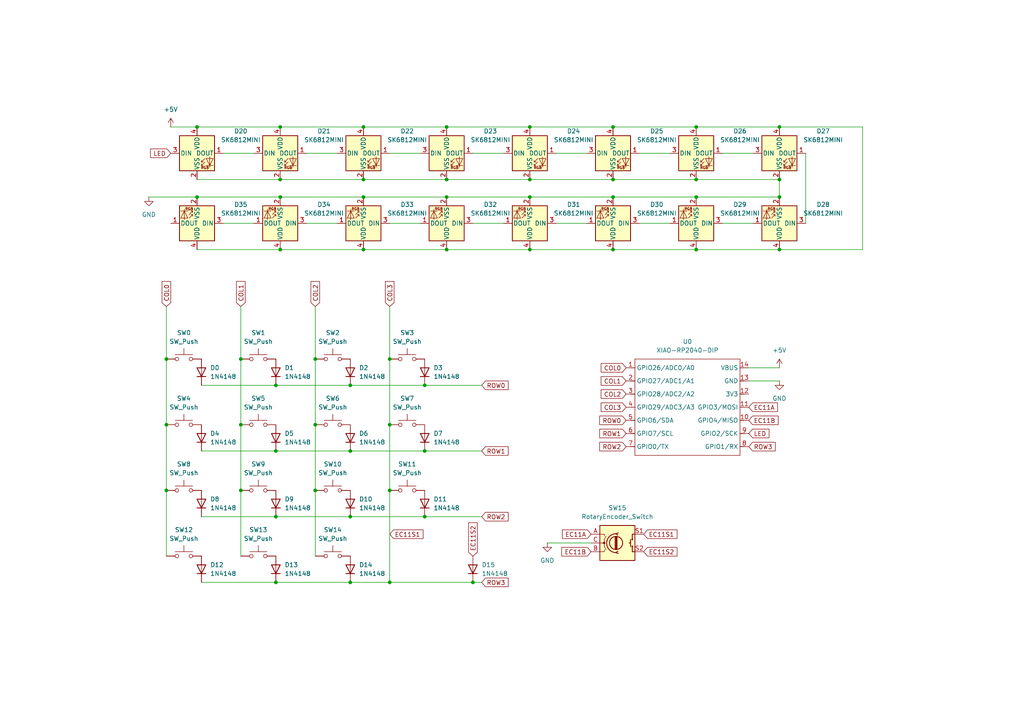
<source format=kicad_sch>
(kicad_sch
	(version 20250114)
	(generator "eeschema")
	(generator_version "9.0")
	(uuid "d848ec82-11e8-4844-95f2-00161d5eaa59")
	(paper "A4")
	(lib_symbols
		(symbol "Device:RotaryEncoder_Switch"
			(pin_names
				(offset 0.254)
				(hide yes)
			)
			(exclude_from_sim no)
			(in_bom yes)
			(on_board yes)
			(property "Reference" "SW"
				(at 0 6.604 0)
				(effects
					(font
						(size 1.27 1.27)
					)
				)
			)
			(property "Value" "RotaryEncoder_Switch"
				(at 0 -6.604 0)
				(effects
					(font
						(size 1.27 1.27)
					)
				)
			)
			(property "Footprint" ""
				(at -3.81 4.064 0)
				(effects
					(font
						(size 1.27 1.27)
					)
					(hide yes)
				)
			)
			(property "Datasheet" "~"
				(at 0 6.604 0)
				(effects
					(font
						(size 1.27 1.27)
					)
					(hide yes)
				)
			)
			(property "Description" "Rotary encoder, dual channel, incremental quadrate outputs, with switch"
				(at 0 0 0)
				(effects
					(font
						(size 1.27 1.27)
					)
					(hide yes)
				)
			)
			(property "ki_keywords" "rotary switch encoder switch push button"
				(at 0 0 0)
				(effects
					(font
						(size 1.27 1.27)
					)
					(hide yes)
				)
			)
			(property "ki_fp_filters" "RotaryEncoder*Switch*"
				(at 0 0 0)
				(effects
					(font
						(size 1.27 1.27)
					)
					(hide yes)
				)
			)
			(symbol "RotaryEncoder_Switch_0_1"
				(rectangle
					(start -5.08 5.08)
					(end 5.08 -5.08)
					(stroke
						(width 0.254)
						(type default)
					)
					(fill
						(type background)
					)
				)
				(polyline
					(pts
						(xy -5.08 2.54) (xy -3.81 2.54) (xy -3.81 2.032)
					)
					(stroke
						(width 0)
						(type default)
					)
					(fill
						(type none)
					)
				)
				(polyline
					(pts
						(xy -5.08 0) (xy -3.81 0) (xy -3.81 -1.016) (xy -3.302 -2.032)
					)
					(stroke
						(width 0)
						(type default)
					)
					(fill
						(type none)
					)
				)
				(polyline
					(pts
						(xy -5.08 -2.54) (xy -3.81 -2.54) (xy -3.81 -2.032)
					)
					(stroke
						(width 0)
						(type default)
					)
					(fill
						(type none)
					)
				)
				(polyline
					(pts
						(xy -4.318 0) (xy -3.81 0) (xy -3.81 1.016) (xy -3.302 2.032)
					)
					(stroke
						(width 0)
						(type default)
					)
					(fill
						(type none)
					)
				)
				(circle
					(center -3.81 0)
					(radius 0.254)
					(stroke
						(width 0)
						(type default)
					)
					(fill
						(type outline)
					)
				)
				(polyline
					(pts
						(xy -0.635 -1.778) (xy -0.635 1.778)
					)
					(stroke
						(width 0.254)
						(type default)
					)
					(fill
						(type none)
					)
				)
				(circle
					(center -0.381 0)
					(radius 1.905)
					(stroke
						(width 0.254)
						(type default)
					)
					(fill
						(type none)
					)
				)
				(polyline
					(pts
						(xy -0.381 -1.778) (xy -0.381 1.778)
					)
					(stroke
						(width 0.254)
						(type default)
					)
					(fill
						(type none)
					)
				)
				(arc
					(start -0.381 -2.794)
					(mid -3.0988 -0.0635)
					(end -0.381 2.667)
					(stroke
						(width 0.254)
						(type default)
					)
					(fill
						(type none)
					)
				)
				(polyline
					(pts
						(xy -0.127 1.778) (xy -0.127 -1.778)
					)
					(stroke
						(width 0.254)
						(type default)
					)
					(fill
						(type none)
					)
				)
				(polyline
					(pts
						(xy 0.254 2.921) (xy -0.508 2.667) (xy 0.127 2.286)
					)
					(stroke
						(width 0.254)
						(type default)
					)
					(fill
						(type none)
					)
				)
				(polyline
					(pts
						(xy 0.254 -3.048) (xy -0.508 -2.794) (xy 0.127 -2.413)
					)
					(stroke
						(width 0.254)
						(type default)
					)
					(fill
						(type none)
					)
				)
				(polyline
					(pts
						(xy 3.81 1.016) (xy 3.81 -1.016)
					)
					(stroke
						(width 0.254)
						(type default)
					)
					(fill
						(type none)
					)
				)
				(polyline
					(pts
						(xy 3.81 0) (xy 3.429 0)
					)
					(stroke
						(width 0.254)
						(type default)
					)
					(fill
						(type none)
					)
				)
				(circle
					(center 4.318 1.016)
					(radius 0.127)
					(stroke
						(width 0.254)
						(type default)
					)
					(fill
						(type none)
					)
				)
				(circle
					(center 4.318 -1.016)
					(radius 0.127)
					(stroke
						(width 0.254)
						(type default)
					)
					(fill
						(type none)
					)
				)
				(polyline
					(pts
						(xy 5.08 2.54) (xy 4.318 2.54) (xy 4.318 1.016)
					)
					(stroke
						(width 0.254)
						(type default)
					)
					(fill
						(type none)
					)
				)
				(polyline
					(pts
						(xy 5.08 -2.54) (xy 4.318 -2.54) (xy 4.318 -1.016)
					)
					(stroke
						(width 0.254)
						(type default)
					)
					(fill
						(type none)
					)
				)
			)
			(symbol "RotaryEncoder_Switch_1_1"
				(pin passive line
					(at -7.62 2.54 0)
					(length 2.54)
					(name "A"
						(effects
							(font
								(size 1.27 1.27)
							)
						)
					)
					(number "A"
						(effects
							(font
								(size 1.27 1.27)
							)
						)
					)
				)
				(pin passive line
					(at -7.62 0 0)
					(length 2.54)
					(name "C"
						(effects
							(font
								(size 1.27 1.27)
							)
						)
					)
					(number "C"
						(effects
							(font
								(size 1.27 1.27)
							)
						)
					)
				)
				(pin passive line
					(at -7.62 -2.54 0)
					(length 2.54)
					(name "B"
						(effects
							(font
								(size 1.27 1.27)
							)
						)
					)
					(number "B"
						(effects
							(font
								(size 1.27 1.27)
							)
						)
					)
				)
				(pin passive line
					(at 7.62 2.54 180)
					(length 2.54)
					(name "S1"
						(effects
							(font
								(size 1.27 1.27)
							)
						)
					)
					(number "S1"
						(effects
							(font
								(size 1.27 1.27)
							)
						)
					)
				)
				(pin passive line
					(at 7.62 -2.54 180)
					(length 2.54)
					(name "S2"
						(effects
							(font
								(size 1.27 1.27)
							)
						)
					)
					(number "S2"
						(effects
							(font
								(size 1.27 1.27)
							)
						)
					)
				)
			)
			(embedded_fonts no)
		)
		(symbol "Diode:1N4148"
			(pin_numbers
				(hide yes)
			)
			(pin_names
				(hide yes)
			)
			(exclude_from_sim no)
			(in_bom yes)
			(on_board yes)
			(property "Reference" "D"
				(at 0 2.54 0)
				(effects
					(font
						(size 1.27 1.27)
					)
				)
			)
			(property "Value" "1N4148"
				(at 0 -2.54 0)
				(effects
					(font
						(size 1.27 1.27)
					)
				)
			)
			(property "Footprint" "Diode_THT:D_DO-35_SOD27_P7.62mm_Horizontal"
				(at 0 0 0)
				(effects
					(font
						(size 1.27 1.27)
					)
					(hide yes)
				)
			)
			(property "Datasheet" "https://assets.nexperia.com/documents/data-sheet/1N4148_1N4448.pdf"
				(at 0 0 0)
				(effects
					(font
						(size 1.27 1.27)
					)
					(hide yes)
				)
			)
			(property "Description" "100V 0.15A standard switching diode, DO-35"
				(at 0 0 0)
				(effects
					(font
						(size 1.27 1.27)
					)
					(hide yes)
				)
			)
			(property "Sim.Device" "D"
				(at 0 0 0)
				(effects
					(font
						(size 1.27 1.27)
					)
					(hide yes)
				)
			)
			(property "Sim.Pins" "1=K 2=A"
				(at 0 0 0)
				(effects
					(font
						(size 1.27 1.27)
					)
					(hide yes)
				)
			)
			(property "ki_keywords" "diode"
				(at 0 0 0)
				(effects
					(font
						(size 1.27 1.27)
					)
					(hide yes)
				)
			)
			(property "ki_fp_filters" "D*DO?35*"
				(at 0 0 0)
				(effects
					(font
						(size 1.27 1.27)
					)
					(hide yes)
				)
			)
			(symbol "1N4148_0_1"
				(polyline
					(pts
						(xy -1.27 1.27) (xy -1.27 -1.27)
					)
					(stroke
						(width 0.254)
						(type default)
					)
					(fill
						(type none)
					)
				)
				(polyline
					(pts
						(xy 1.27 1.27) (xy 1.27 -1.27) (xy -1.27 0) (xy 1.27 1.27)
					)
					(stroke
						(width 0.254)
						(type default)
					)
					(fill
						(type none)
					)
				)
				(polyline
					(pts
						(xy 1.27 0) (xy -1.27 0)
					)
					(stroke
						(width 0)
						(type default)
					)
					(fill
						(type none)
					)
				)
			)
			(symbol "1N4148_1_1"
				(pin passive line
					(at -3.81 0 0)
					(length 2.54)
					(name "K"
						(effects
							(font
								(size 1.27 1.27)
							)
						)
					)
					(number "1"
						(effects
							(font
								(size 1.27 1.27)
							)
						)
					)
				)
				(pin passive line
					(at 3.81 0 180)
					(length 2.54)
					(name "A"
						(effects
							(font
								(size 1.27 1.27)
							)
						)
					)
					(number "2"
						(effects
							(font
								(size 1.27 1.27)
							)
						)
					)
				)
			)
			(embedded_fonts no)
		)
		(symbol "LED:SK6812MINI"
			(pin_names
				(offset 0.254)
			)
			(exclude_from_sim no)
			(in_bom yes)
			(on_board yes)
			(property "Reference" "D"
				(at 5.08 5.715 0)
				(effects
					(font
						(size 1.27 1.27)
					)
					(justify right bottom)
				)
			)
			(property "Value" "SK6812MINI"
				(at 1.27 -5.715 0)
				(effects
					(font
						(size 1.27 1.27)
					)
					(justify left top)
				)
			)
			(property "Footprint" "LED_SMD:LED_SK6812MINI_PLCC4_3.5x3.5mm_P1.75mm"
				(at 1.27 -7.62 0)
				(effects
					(font
						(size 1.27 1.27)
					)
					(justify left top)
					(hide yes)
				)
			)
			(property "Datasheet" "https://cdn-shop.adafruit.com/product-files/2686/SK6812MINI_REV.01-1-2.pdf"
				(at 2.54 -9.525 0)
				(effects
					(font
						(size 1.27 1.27)
					)
					(justify left top)
					(hide yes)
				)
			)
			(property "Description" "RGB LED with integrated controller"
				(at 0 0 0)
				(effects
					(font
						(size 1.27 1.27)
					)
					(hide yes)
				)
			)
			(property "ki_keywords" "RGB LED NeoPixel Mini addressable"
				(at 0 0 0)
				(effects
					(font
						(size 1.27 1.27)
					)
					(hide yes)
				)
			)
			(property "ki_fp_filters" "LED*SK6812MINI*PLCC*3.5x3.5mm*P1.75mm*"
				(at 0 0 0)
				(effects
					(font
						(size 1.27 1.27)
					)
					(hide yes)
				)
			)
			(symbol "SK6812MINI_0_0"
				(text "RGB"
					(at 2.286 -4.191 0)
					(effects
						(font
							(size 0.762 0.762)
						)
					)
				)
			)
			(symbol "SK6812MINI_0_1"
				(polyline
					(pts
						(xy 1.27 -2.54) (xy 1.778 -2.54)
					)
					(stroke
						(width 0)
						(type default)
					)
					(fill
						(type none)
					)
				)
				(polyline
					(pts
						(xy 1.27 -3.556) (xy 1.778 -3.556)
					)
					(stroke
						(width 0)
						(type default)
					)
					(fill
						(type none)
					)
				)
				(polyline
					(pts
						(xy 2.286 -1.524) (xy 1.27 -2.54) (xy 1.27 -2.032)
					)
					(stroke
						(width 0)
						(type default)
					)
					(fill
						(type none)
					)
				)
				(polyline
					(pts
						(xy 2.286 -2.54) (xy 1.27 -3.556) (xy 1.27 -3.048)
					)
					(stroke
						(width 0)
						(type default)
					)
					(fill
						(type none)
					)
				)
				(polyline
					(pts
						(xy 3.683 -1.016) (xy 3.683 -3.556) (xy 3.683 -4.064)
					)
					(stroke
						(width 0)
						(type default)
					)
					(fill
						(type none)
					)
				)
				(polyline
					(pts
						(xy 4.699 -1.524) (xy 2.667 -1.524) (xy 3.683 -3.556) (xy 4.699 -1.524)
					)
					(stroke
						(width 0)
						(type default)
					)
					(fill
						(type none)
					)
				)
				(polyline
					(pts
						(xy 4.699 -3.556) (xy 2.667 -3.556)
					)
					(stroke
						(width 0)
						(type default)
					)
					(fill
						(type none)
					)
				)
				(rectangle
					(start 5.08 5.08)
					(end -5.08 -5.08)
					(stroke
						(width 0.254)
						(type default)
					)
					(fill
						(type background)
					)
				)
			)
			(symbol "SK6812MINI_1_1"
				(pin input line
					(at -7.62 0 0)
					(length 2.54)
					(name "DIN"
						(effects
							(font
								(size 1.27 1.27)
							)
						)
					)
					(number "3"
						(effects
							(font
								(size 1.27 1.27)
							)
						)
					)
				)
				(pin power_in line
					(at 0 7.62 270)
					(length 2.54)
					(name "VDD"
						(effects
							(font
								(size 1.27 1.27)
							)
						)
					)
					(number "4"
						(effects
							(font
								(size 1.27 1.27)
							)
						)
					)
				)
				(pin power_in line
					(at 0 -7.62 90)
					(length 2.54)
					(name "VSS"
						(effects
							(font
								(size 1.27 1.27)
							)
						)
					)
					(number "2"
						(effects
							(font
								(size 1.27 1.27)
							)
						)
					)
				)
				(pin output line
					(at 7.62 0 180)
					(length 2.54)
					(name "DOUT"
						(effects
							(font
								(size 1.27 1.27)
							)
						)
					)
					(number "1"
						(effects
							(font
								(size 1.27 1.27)
							)
						)
					)
				)
			)
			(embedded_fonts no)
		)
		(symbol "OPL:XIAO-RP2040-DIP"
			(exclude_from_sim no)
			(in_bom yes)
			(on_board yes)
			(property "Reference" "U"
				(at 0 0 0)
				(effects
					(font
						(size 1.27 1.27)
					)
				)
			)
			(property "Value" "XIAO-RP2040-DIP"
				(at 5.334 -1.778 0)
				(effects
					(font
						(size 1.27 1.27)
					)
				)
			)
			(property "Footprint" "Module:MOUDLE14P-XIAO-DIP-SMD"
				(at 14.478 -32.258 0)
				(effects
					(font
						(size 1.27 1.27)
					)
					(hide yes)
				)
			)
			(property "Datasheet" ""
				(at 0 0 0)
				(effects
					(font
						(size 1.27 1.27)
					)
					(hide yes)
				)
			)
			(property "Description" ""
				(at 0 0 0)
				(effects
					(font
						(size 1.27 1.27)
					)
					(hide yes)
				)
			)
			(symbol "XIAO-RP2040-DIP_1_0"
				(polyline
					(pts
						(xy -1.27 -2.54) (xy 29.21 -2.54)
					)
					(stroke
						(width 0.1524)
						(type solid)
					)
					(fill
						(type none)
					)
				)
				(polyline
					(pts
						(xy -1.27 -5.08) (xy -2.54 -5.08)
					)
					(stroke
						(width 0.1524)
						(type solid)
					)
					(fill
						(type none)
					)
				)
				(polyline
					(pts
						(xy -1.27 -5.08) (xy -1.27 -2.54)
					)
					(stroke
						(width 0.1524)
						(type solid)
					)
					(fill
						(type none)
					)
				)
				(polyline
					(pts
						(xy -1.27 -8.89) (xy -2.54 -8.89)
					)
					(stroke
						(width 0.1524)
						(type solid)
					)
					(fill
						(type none)
					)
				)
				(polyline
					(pts
						(xy -1.27 -8.89) (xy -1.27 -5.08)
					)
					(stroke
						(width 0.1524)
						(type solid)
					)
					(fill
						(type none)
					)
				)
				(polyline
					(pts
						(xy -1.27 -12.7) (xy -2.54 -12.7)
					)
					(stroke
						(width 0.1524)
						(type solid)
					)
					(fill
						(type none)
					)
				)
				(polyline
					(pts
						(xy -1.27 -12.7) (xy -1.27 -8.89)
					)
					(stroke
						(width 0.1524)
						(type solid)
					)
					(fill
						(type none)
					)
				)
				(polyline
					(pts
						(xy -1.27 -16.51) (xy -2.54 -16.51)
					)
					(stroke
						(width 0.1524)
						(type solid)
					)
					(fill
						(type none)
					)
				)
				(polyline
					(pts
						(xy -1.27 -16.51) (xy -1.27 -12.7)
					)
					(stroke
						(width 0.1524)
						(type solid)
					)
					(fill
						(type none)
					)
				)
				(polyline
					(pts
						(xy -1.27 -20.32) (xy -2.54 -20.32)
					)
					(stroke
						(width 0.1524)
						(type solid)
					)
					(fill
						(type none)
					)
				)
				(polyline
					(pts
						(xy -1.27 -24.13) (xy -2.54 -24.13)
					)
					(stroke
						(width 0.1524)
						(type solid)
					)
					(fill
						(type none)
					)
				)
				(polyline
					(pts
						(xy -1.27 -27.94) (xy -2.54 -27.94)
					)
					(stroke
						(width 0.1524)
						(type solid)
					)
					(fill
						(type none)
					)
				)
				(polyline
					(pts
						(xy -1.27 -30.48) (xy -1.27 -16.51)
					)
					(stroke
						(width 0.1524)
						(type solid)
					)
					(fill
						(type none)
					)
				)
				(polyline
					(pts
						(xy 29.21 -2.54) (xy 29.21 -5.08)
					)
					(stroke
						(width 0.1524)
						(type solid)
					)
					(fill
						(type none)
					)
				)
				(polyline
					(pts
						(xy 29.21 -5.08) (xy 29.21 -8.89)
					)
					(stroke
						(width 0.1524)
						(type solid)
					)
					(fill
						(type none)
					)
				)
				(polyline
					(pts
						(xy 29.21 -8.89) (xy 29.21 -12.7)
					)
					(stroke
						(width 0.1524)
						(type solid)
					)
					(fill
						(type none)
					)
				)
				(polyline
					(pts
						(xy 29.21 -12.7) (xy 29.21 -30.48)
					)
					(stroke
						(width 0.1524)
						(type solid)
					)
					(fill
						(type none)
					)
				)
				(polyline
					(pts
						(xy 29.21 -30.48) (xy -1.27 -30.48)
					)
					(stroke
						(width 0.1524)
						(type solid)
					)
					(fill
						(type none)
					)
				)
				(polyline
					(pts
						(xy 30.48 -5.08) (xy 29.21 -5.08)
					)
					(stroke
						(width 0.1524)
						(type solid)
					)
					(fill
						(type none)
					)
				)
				(polyline
					(pts
						(xy 30.48 -8.89) (xy 29.21 -8.89)
					)
					(stroke
						(width 0.1524)
						(type solid)
					)
					(fill
						(type none)
					)
				)
				(polyline
					(pts
						(xy 30.48 -12.7) (xy 29.21 -12.7)
					)
					(stroke
						(width 0.1524)
						(type solid)
					)
					(fill
						(type none)
					)
				)
				(polyline
					(pts
						(xy 30.48 -16.51) (xy 29.21 -16.51)
					)
					(stroke
						(width 0.1524)
						(type solid)
					)
					(fill
						(type none)
					)
				)
				(polyline
					(pts
						(xy 30.48 -20.32) (xy 29.21 -20.32)
					)
					(stroke
						(width 0.1524)
						(type solid)
					)
					(fill
						(type none)
					)
				)
				(polyline
					(pts
						(xy 30.48 -24.13) (xy 29.21 -24.13)
					)
					(stroke
						(width 0.1524)
						(type solid)
					)
					(fill
						(type none)
					)
				)
				(polyline
					(pts
						(xy 30.48 -27.94) (xy 29.21 -27.94)
					)
					(stroke
						(width 0.1524)
						(type solid)
					)
					(fill
						(type none)
					)
				)
				(pin passive line
					(at -3.81 -5.08 0)
					(length 2.54)
					(name "GPIO26/ADC0/A0"
						(effects
							(font
								(size 1.27 1.27)
							)
						)
					)
					(number "1"
						(effects
							(font
								(size 1.27 1.27)
							)
						)
					)
				)
				(pin passive line
					(at -3.81 -8.89 0)
					(length 2.54)
					(name "GPIO27/ADC1/A1"
						(effects
							(font
								(size 1.27 1.27)
							)
						)
					)
					(number "2"
						(effects
							(font
								(size 1.27 1.27)
							)
						)
					)
				)
				(pin passive line
					(at -3.81 -12.7 0)
					(length 2.54)
					(name "GPIO28/ADC2/A2"
						(effects
							(font
								(size 1.27 1.27)
							)
						)
					)
					(number "3"
						(effects
							(font
								(size 1.27 1.27)
							)
						)
					)
				)
				(pin passive line
					(at -3.81 -16.51 0)
					(length 2.54)
					(name "GPIO29/ADC3/A3"
						(effects
							(font
								(size 1.27 1.27)
							)
						)
					)
					(number "4"
						(effects
							(font
								(size 1.27 1.27)
							)
						)
					)
				)
				(pin passive line
					(at -3.81 -20.32 0)
					(length 2.54)
					(name "GPIO6/SDA"
						(effects
							(font
								(size 1.27 1.27)
							)
						)
					)
					(number "5"
						(effects
							(font
								(size 1.27 1.27)
							)
						)
					)
				)
				(pin passive line
					(at -3.81 -24.13 0)
					(length 2.54)
					(name "GPIO7/SCL"
						(effects
							(font
								(size 1.27 1.27)
							)
						)
					)
					(number "6"
						(effects
							(font
								(size 1.27 1.27)
							)
						)
					)
				)
				(pin passive line
					(at -3.81 -27.94 0)
					(length 2.54)
					(name "GPIO0/TX"
						(effects
							(font
								(size 1.27 1.27)
							)
						)
					)
					(number "7"
						(effects
							(font
								(size 1.27 1.27)
							)
						)
					)
				)
				(pin passive line
					(at 31.75 -5.08 180)
					(length 2.54)
					(name "VBUS"
						(effects
							(font
								(size 1.27 1.27)
							)
						)
					)
					(number "14"
						(effects
							(font
								(size 1.27 1.27)
							)
						)
					)
				)
				(pin passive line
					(at 31.75 -8.89 180)
					(length 2.54)
					(name "GND"
						(effects
							(font
								(size 1.27 1.27)
							)
						)
					)
					(number "13"
						(effects
							(font
								(size 1.27 1.27)
							)
						)
					)
				)
				(pin passive line
					(at 31.75 -12.7 180)
					(length 2.54)
					(name "3V3"
						(effects
							(font
								(size 1.27 1.27)
							)
						)
					)
					(number "12"
						(effects
							(font
								(size 1.27 1.27)
							)
						)
					)
				)
				(pin passive line
					(at 31.75 -16.51 180)
					(length 2.54)
					(name "GPIO3/MOSI"
						(effects
							(font
								(size 1.27 1.27)
							)
						)
					)
					(number "11"
						(effects
							(font
								(size 1.27 1.27)
							)
						)
					)
				)
				(pin passive line
					(at 31.75 -20.32 180)
					(length 2.54)
					(name "GPIO4/MISO"
						(effects
							(font
								(size 1.27 1.27)
							)
						)
					)
					(number "10"
						(effects
							(font
								(size 1.27 1.27)
							)
						)
					)
				)
				(pin passive line
					(at 31.75 -24.13 180)
					(length 2.54)
					(name "GPIO2/SCK"
						(effects
							(font
								(size 1.27 1.27)
							)
						)
					)
					(number "9"
						(effects
							(font
								(size 1.27 1.27)
							)
						)
					)
				)
				(pin passive line
					(at 31.75 -27.94 180)
					(length 2.54)
					(name "GPIO1/RX"
						(effects
							(font
								(size 1.27 1.27)
							)
						)
					)
					(number "8"
						(effects
							(font
								(size 1.27 1.27)
							)
						)
					)
				)
			)
			(embedded_fonts no)
		)
		(symbol "Switch:SW_Push"
			(pin_numbers
				(hide yes)
			)
			(pin_names
				(offset 1.016)
				(hide yes)
			)
			(exclude_from_sim no)
			(in_bom yes)
			(on_board yes)
			(property "Reference" "SW"
				(at 1.27 2.54 0)
				(effects
					(font
						(size 1.27 1.27)
					)
					(justify left)
				)
			)
			(property "Value" "SW_Push"
				(at 0 -1.524 0)
				(effects
					(font
						(size 1.27 1.27)
					)
				)
			)
			(property "Footprint" ""
				(at 0 5.08 0)
				(effects
					(font
						(size 1.27 1.27)
					)
					(hide yes)
				)
			)
			(property "Datasheet" "~"
				(at 0 5.08 0)
				(effects
					(font
						(size 1.27 1.27)
					)
					(hide yes)
				)
			)
			(property "Description" "Push button switch, generic, two pins"
				(at 0 0 0)
				(effects
					(font
						(size 1.27 1.27)
					)
					(hide yes)
				)
			)
			(property "ki_keywords" "switch normally-open pushbutton push-button"
				(at 0 0 0)
				(effects
					(font
						(size 1.27 1.27)
					)
					(hide yes)
				)
			)
			(symbol "SW_Push_0_1"
				(circle
					(center -2.032 0)
					(radius 0.508)
					(stroke
						(width 0)
						(type default)
					)
					(fill
						(type none)
					)
				)
				(polyline
					(pts
						(xy 0 1.27) (xy 0 3.048)
					)
					(stroke
						(width 0)
						(type default)
					)
					(fill
						(type none)
					)
				)
				(circle
					(center 2.032 0)
					(radius 0.508)
					(stroke
						(width 0)
						(type default)
					)
					(fill
						(type none)
					)
				)
				(polyline
					(pts
						(xy 2.54 1.27) (xy -2.54 1.27)
					)
					(stroke
						(width 0)
						(type default)
					)
					(fill
						(type none)
					)
				)
				(pin passive line
					(at -5.08 0 0)
					(length 2.54)
					(name "1"
						(effects
							(font
								(size 1.27 1.27)
							)
						)
					)
					(number "1"
						(effects
							(font
								(size 1.27 1.27)
							)
						)
					)
				)
				(pin passive line
					(at 5.08 0 180)
					(length 2.54)
					(name "2"
						(effects
							(font
								(size 1.27 1.27)
							)
						)
					)
					(number "2"
						(effects
							(font
								(size 1.27 1.27)
							)
						)
					)
				)
			)
			(embedded_fonts no)
		)
		(symbol "power:+5V"
			(power)
			(pin_numbers
				(hide yes)
			)
			(pin_names
				(offset 0)
				(hide yes)
			)
			(exclude_from_sim no)
			(in_bom yes)
			(on_board yes)
			(property "Reference" "#PWR"
				(at 0 -3.81 0)
				(effects
					(font
						(size 1.27 1.27)
					)
					(hide yes)
				)
			)
			(property "Value" "+5V"
				(at 0 3.556 0)
				(effects
					(font
						(size 1.27 1.27)
					)
				)
			)
			(property "Footprint" ""
				(at 0 0 0)
				(effects
					(font
						(size 1.27 1.27)
					)
					(hide yes)
				)
			)
			(property "Datasheet" ""
				(at 0 0 0)
				(effects
					(font
						(size 1.27 1.27)
					)
					(hide yes)
				)
			)
			(property "Description" "Power symbol creates a global label with name \"+5V\""
				(at 0 0 0)
				(effects
					(font
						(size 1.27 1.27)
					)
					(hide yes)
				)
			)
			(property "ki_keywords" "global power"
				(at 0 0 0)
				(effects
					(font
						(size 1.27 1.27)
					)
					(hide yes)
				)
			)
			(symbol "+5V_0_1"
				(polyline
					(pts
						(xy -0.762 1.27) (xy 0 2.54)
					)
					(stroke
						(width 0)
						(type default)
					)
					(fill
						(type none)
					)
				)
				(polyline
					(pts
						(xy 0 2.54) (xy 0.762 1.27)
					)
					(stroke
						(width 0)
						(type default)
					)
					(fill
						(type none)
					)
				)
				(polyline
					(pts
						(xy 0 0) (xy 0 2.54)
					)
					(stroke
						(width 0)
						(type default)
					)
					(fill
						(type none)
					)
				)
			)
			(symbol "+5V_1_1"
				(pin power_in line
					(at 0 0 90)
					(length 0)
					(name "~"
						(effects
							(font
								(size 1.27 1.27)
							)
						)
					)
					(number "1"
						(effects
							(font
								(size 1.27 1.27)
							)
						)
					)
				)
			)
			(embedded_fonts no)
		)
		(symbol "power:GND"
			(power)
			(pin_numbers
				(hide yes)
			)
			(pin_names
				(offset 0)
				(hide yes)
			)
			(exclude_from_sim no)
			(in_bom yes)
			(on_board yes)
			(property "Reference" "#PWR"
				(at 0 -6.35 0)
				(effects
					(font
						(size 1.27 1.27)
					)
					(hide yes)
				)
			)
			(property "Value" "GND"
				(at 0 -3.81 0)
				(effects
					(font
						(size 1.27 1.27)
					)
				)
			)
			(property "Footprint" ""
				(at 0 0 0)
				(effects
					(font
						(size 1.27 1.27)
					)
					(hide yes)
				)
			)
			(property "Datasheet" ""
				(at 0 0 0)
				(effects
					(font
						(size 1.27 1.27)
					)
					(hide yes)
				)
			)
			(property "Description" "Power symbol creates a global label with name \"GND\" , ground"
				(at 0 0 0)
				(effects
					(font
						(size 1.27 1.27)
					)
					(hide yes)
				)
			)
			(property "ki_keywords" "global power"
				(at 0 0 0)
				(effects
					(font
						(size 1.27 1.27)
					)
					(hide yes)
				)
			)
			(symbol "GND_0_1"
				(polyline
					(pts
						(xy 0 0) (xy 0 -1.27) (xy 1.27 -1.27) (xy 0 -2.54) (xy -1.27 -1.27) (xy 0 -1.27)
					)
					(stroke
						(width 0)
						(type default)
					)
					(fill
						(type none)
					)
				)
			)
			(symbol "GND_1_1"
				(pin power_in line
					(at 0 0 270)
					(length 0)
					(name "~"
						(effects
							(font
								(size 1.27 1.27)
							)
						)
					)
					(number "1"
						(effects
							(font
								(size 1.27 1.27)
							)
						)
					)
				)
			)
			(embedded_fonts no)
		)
	)
	(junction
		(at 153.67 52.07)
		(diameter 0)
		(color 0 0 0 0)
		(uuid "003c2672-52f0-431e-b37c-0cbb4e981821")
	)
	(junction
		(at 101.6 111.76)
		(diameter 0)
		(color 0 0 0 0)
		(uuid "01ee3706-e305-4f4a-a0ec-93d842475e96")
	)
	(junction
		(at 226.06 36.83)
		(diameter 0)
		(color 0 0 0 0)
		(uuid "052ee2b8-9581-408c-9b4a-5e064fbdf141")
	)
	(junction
		(at 91.44 104.14)
		(diameter 0)
		(color 0 0 0 0)
		(uuid "067b0427-ef93-44b9-a40a-42f850440cd6")
	)
	(junction
		(at 153.67 72.39)
		(diameter 0)
		(color 0 0 0 0)
		(uuid "08e0c433-5317-4445-90d7-8201ffbd0b11")
	)
	(junction
		(at 129.54 72.39)
		(diameter 0)
		(color 0 0 0 0)
		(uuid "0b629d74-c18f-4409-983e-6429c85fff76")
	)
	(junction
		(at 80.01 111.76)
		(diameter 0)
		(color 0 0 0 0)
		(uuid "11a8d8e0-2f14-4d89-9a6b-7d8c1fc34498")
	)
	(junction
		(at 81.28 52.07)
		(diameter 0)
		(color 0 0 0 0)
		(uuid "1ac0aa7e-7646-406e-b5a1-6cf6e54b5496")
	)
	(junction
		(at 91.44 123.19)
		(diameter 0)
		(color 0 0 0 0)
		(uuid "1b7c0cca-e804-4b7b-93d5-22f4b1bbcaeb")
	)
	(junction
		(at 48.26 142.24)
		(diameter 0)
		(color 0 0 0 0)
		(uuid "1de6944f-5436-4887-9621-8ad5a26324a9")
	)
	(junction
		(at 129.54 52.07)
		(diameter 0)
		(color 0 0 0 0)
		(uuid "228c6443-8ff5-4309-b29d-d6466a13cf63")
	)
	(junction
		(at 69.85 104.14)
		(diameter 0)
		(color 0 0 0 0)
		(uuid "27555c27-869a-403c-9264-6fb06aa22c16")
	)
	(junction
		(at 201.93 72.39)
		(diameter 0)
		(color 0 0 0 0)
		(uuid "2a571f5d-885b-460b-b5ca-2b3c317979b8")
	)
	(junction
		(at 226.06 57.15)
		(diameter 0)
		(color 0 0 0 0)
		(uuid "2c695fab-299e-4dbb-a07f-fb6f24711a70")
	)
	(junction
		(at 80.01 149.86)
		(diameter 0)
		(color 0 0 0 0)
		(uuid "2cd84aa2-4922-43ab-aa11-aaa43a1bc4e0")
	)
	(junction
		(at 48.26 123.19)
		(diameter 0)
		(color 0 0 0 0)
		(uuid "31d0e1a4-9006-4e12-ab4e-b157cf763737")
	)
	(junction
		(at 101.6 130.81)
		(diameter 0)
		(color 0 0 0 0)
		(uuid "3504e597-066c-4d0c-87de-6ec2ade46da9")
	)
	(junction
		(at 113.03 123.19)
		(diameter 0)
		(color 0 0 0 0)
		(uuid "3a771dd7-f5a7-47c7-a82e-4eb93af5f484")
	)
	(junction
		(at 80.01 168.91)
		(diameter 0)
		(color 0 0 0 0)
		(uuid "3bfb667a-32ae-47e8-aaf8-f1cec352b2a5")
	)
	(junction
		(at 137.16 168.91)
		(diameter 0)
		(color 0 0 0 0)
		(uuid "3eb7a618-489e-4893-a33d-2d998ef13efd")
	)
	(junction
		(at 80.01 130.81)
		(diameter 0)
		(color 0 0 0 0)
		(uuid "420266f2-a017-406d-898a-941373fd37a5")
	)
	(junction
		(at 57.15 36.83)
		(diameter 0)
		(color 0 0 0 0)
		(uuid "54e1c437-649c-4a21-9526-c18a86661b2c")
	)
	(junction
		(at 57.15 57.15)
		(diameter 0)
		(color 0 0 0 0)
		(uuid "5d0844a2-59ea-48fe-b996-c1779502dd9a")
	)
	(junction
		(at 101.6 149.86)
		(diameter 0)
		(color 0 0 0 0)
		(uuid "605330c1-0b7a-495b-9619-a5cc824ca67b")
	)
	(junction
		(at 123.19 111.76)
		(diameter 0)
		(color 0 0 0 0)
		(uuid "68e8a69d-a3a5-4635-9a4f-63cf39f1e2fd")
	)
	(junction
		(at 105.41 52.07)
		(diameter 0)
		(color 0 0 0 0)
		(uuid "69e5067e-954a-4d54-b0a1-fd836b12fc1e")
	)
	(junction
		(at 113.03 104.14)
		(diameter 0)
		(color 0 0 0 0)
		(uuid "6a244f1e-2dd1-41ec-b747-0eebe1d67600")
	)
	(junction
		(at 226.06 72.39)
		(diameter 0)
		(color 0 0 0 0)
		(uuid "6bb605a6-09a8-4b90-96e7-b76463a39929")
	)
	(junction
		(at 105.41 72.39)
		(diameter 0)
		(color 0 0 0 0)
		(uuid "6d69e00a-2a74-4db7-b55d-25d6523027b1")
	)
	(junction
		(at 177.8 52.07)
		(diameter 0)
		(color 0 0 0 0)
		(uuid "71d53cc4-5bb0-4dc9-bf95-cd29425e14ab")
	)
	(junction
		(at 105.41 36.83)
		(diameter 0)
		(color 0 0 0 0)
		(uuid "7bf8a3db-8799-44a5-9714-37d8a742d9a6")
	)
	(junction
		(at 177.8 72.39)
		(diameter 0)
		(color 0 0 0 0)
		(uuid "7cb04713-7e72-4725-a00a-a3e1c6819527")
	)
	(junction
		(at 153.67 57.15)
		(diameter 0)
		(color 0 0 0 0)
		(uuid "7d10d135-3564-4887-a908-3334d4cddc6b")
	)
	(junction
		(at 113.03 168.91)
		(diameter 0)
		(color 0 0 0 0)
		(uuid "84a1f511-a4de-4839-b841-ec13d1501802")
	)
	(junction
		(at 113.03 142.24)
		(diameter 0)
		(color 0 0 0 0)
		(uuid "8b58cdb1-af98-4128-927b-1513e3b119f5")
	)
	(junction
		(at 129.54 36.83)
		(diameter 0)
		(color 0 0 0 0)
		(uuid "9a82ffca-1c50-4ad6-beca-bf0a083a9a40")
	)
	(junction
		(at 105.41 57.15)
		(diameter 0)
		(color 0 0 0 0)
		(uuid "9b036b05-1474-4e79-9e3a-b0253f2e7f26")
	)
	(junction
		(at 177.8 57.15)
		(diameter 0)
		(color 0 0 0 0)
		(uuid "a2cd030e-640d-4ea5-9e1d-3672e4d00705")
	)
	(junction
		(at 201.93 52.07)
		(diameter 0)
		(color 0 0 0 0)
		(uuid "b46dd870-5172-43b1-b5c4-0835db05fae6")
	)
	(junction
		(at 81.28 72.39)
		(diameter 0)
		(color 0 0 0 0)
		(uuid "b566fa8e-ff6b-43c9-89bf-cf3264d035c8")
	)
	(junction
		(at 226.06 52.07)
		(diameter 0)
		(color 0 0 0 0)
		(uuid "b879fecc-d61b-4a64-9632-57ce121d0e6f")
	)
	(junction
		(at 69.85 123.19)
		(diameter 0)
		(color 0 0 0 0)
		(uuid "be4ad958-aba0-4768-a2ec-632da0b178c6")
	)
	(junction
		(at 153.67 36.83)
		(diameter 0)
		(color 0 0 0 0)
		(uuid "c108ae45-9e1a-44a2-975f-d8396781a4bb")
	)
	(junction
		(at 48.26 104.14)
		(diameter 0)
		(color 0 0 0 0)
		(uuid "c55b141c-2b13-43a5-94c3-0b986d8ef8c2")
	)
	(junction
		(at 69.85 142.24)
		(diameter 0)
		(color 0 0 0 0)
		(uuid "c7382732-0712-4800-b0b6-9b9d38b78c6a")
	)
	(junction
		(at 123.19 130.81)
		(diameter 0)
		(color 0 0 0 0)
		(uuid "d9698f42-a95e-444b-8f2b-bd4b726de53b")
	)
	(junction
		(at 123.19 149.86)
		(diameter 0)
		(color 0 0 0 0)
		(uuid "dc4b7502-43f5-4480-bd56-b3c9f406ed82")
	)
	(junction
		(at 81.28 57.15)
		(diameter 0)
		(color 0 0 0 0)
		(uuid "ed6fca8f-8950-4f12-92b5-f246f58e03a1")
	)
	(junction
		(at 129.54 57.15)
		(diameter 0)
		(color 0 0 0 0)
		(uuid "f19a4413-0626-410f-8a68-d7b687a8c7c8")
	)
	(junction
		(at 101.6 168.91)
		(diameter 0)
		(color 0 0 0 0)
		(uuid "f7c98d07-eefc-4fdc-9c8d-b3cff8955320")
	)
	(junction
		(at 81.28 36.83)
		(diameter 0)
		(color 0 0 0 0)
		(uuid "f85f3338-0334-49ae-b337-73da25160c4e")
	)
	(junction
		(at 91.44 142.24)
		(diameter 0)
		(color 0 0 0 0)
		(uuid "f96a6aeb-3ee2-4a24-8542-7b494214eb35")
	)
	(junction
		(at 201.93 57.15)
		(diameter 0)
		(color 0 0 0 0)
		(uuid "fb2e0df3-17f4-4392-ab2f-5ddd3d33d000")
	)
	(junction
		(at 201.93 36.83)
		(diameter 0)
		(color 0 0 0 0)
		(uuid "fb42ffe0-ca89-4823-bace-952d043e6a95")
	)
	(junction
		(at 177.8 36.83)
		(diameter 0)
		(color 0 0 0 0)
		(uuid "fe33de61-a97b-45ed-ab26-c70bc39ccaab")
	)
	(wire
		(pts
			(xy 69.85 88.9) (xy 69.85 104.14)
		)
		(stroke
			(width 0)
			(type default)
		)
		(uuid "080947a6-6389-438d-873c-172c5a6261c1")
	)
	(wire
		(pts
			(xy 209.55 44.45) (xy 218.44 44.45)
		)
		(stroke
			(width 0)
			(type default)
		)
		(uuid "0ae09bd4-f33a-4fba-b331-a59fca780668")
	)
	(wire
		(pts
			(xy 69.85 123.19) (xy 69.85 142.24)
		)
		(stroke
			(width 0)
			(type default)
		)
		(uuid "0b1fb01b-6e01-4615-966d-5b4747c06e35")
	)
	(wire
		(pts
			(xy 137.16 168.91) (xy 139.7 168.91)
		)
		(stroke
			(width 0)
			(type default)
		)
		(uuid "0e2893b1-e822-4bd3-adbb-da8ed824f7f2")
	)
	(wire
		(pts
			(xy 69.85 104.14) (xy 69.85 123.19)
		)
		(stroke
			(width 0)
			(type default)
		)
		(uuid "140dc17f-042d-471b-ac85-d3b749c954e6")
	)
	(wire
		(pts
			(xy 91.44 104.14) (xy 91.44 123.19)
		)
		(stroke
			(width 0)
			(type default)
		)
		(uuid "14a241f2-d8ec-4a55-b3a0-bd0c24f04bf8")
	)
	(wire
		(pts
			(xy 49.53 36.83) (xy 57.15 36.83)
		)
		(stroke
			(width 0)
			(type default)
		)
		(uuid "151a362d-b4d2-4aa3-b4eb-fef935a120aa")
	)
	(wire
		(pts
			(xy 250.19 36.83) (xy 226.06 36.83)
		)
		(stroke
			(width 0)
			(type default)
		)
		(uuid "15e51e75-4e89-4aa6-bd33-e49a6f7f8146")
	)
	(wire
		(pts
			(xy 80.01 168.91) (xy 101.6 168.91)
		)
		(stroke
			(width 0)
			(type default)
		)
		(uuid "15fc1327-35b8-4c81-957a-42d07b6c2647")
	)
	(wire
		(pts
			(xy 88.9 44.45) (xy 97.79 44.45)
		)
		(stroke
			(width 0)
			(type default)
		)
		(uuid "173eeead-3953-4058-9bf0-3b9ee9bf7257")
	)
	(wire
		(pts
			(xy 153.67 52.07) (xy 177.8 52.07)
		)
		(stroke
			(width 0)
			(type default)
		)
		(uuid "19bf8d78-df13-4e40-a48f-c8164f429fb7")
	)
	(wire
		(pts
			(xy 81.28 36.83) (xy 105.41 36.83)
		)
		(stroke
			(width 0)
			(type default)
		)
		(uuid "1a6a34f0-81b3-4cd1-b8d6-46551c079d5b")
	)
	(wire
		(pts
			(xy 185.42 64.77) (xy 194.31 64.77)
		)
		(stroke
			(width 0)
			(type default)
		)
		(uuid "213cb19a-e653-4d19-845d-2f0fc141ec44")
	)
	(wire
		(pts
			(xy 57.15 72.39) (xy 81.28 72.39)
		)
		(stroke
			(width 0)
			(type default)
		)
		(uuid "21bd0711-b341-4e41-bbe4-8055d9098938")
	)
	(wire
		(pts
			(xy 153.67 57.15) (xy 177.8 57.15)
		)
		(stroke
			(width 0)
			(type default)
		)
		(uuid "265e2906-c28c-466f-a2d1-a4828d2547c4")
	)
	(wire
		(pts
			(xy 201.93 72.39) (xy 226.06 72.39)
		)
		(stroke
			(width 0)
			(type default)
		)
		(uuid "27cfb3c1-42f8-4dc9-bfef-93fef834d98c")
	)
	(wire
		(pts
			(xy 201.93 57.15) (xy 226.06 57.15)
		)
		(stroke
			(width 0)
			(type default)
		)
		(uuid "2de54d68-0a63-4296-a4bb-64d56d597676")
	)
	(wire
		(pts
			(xy 201.93 52.07) (xy 226.06 52.07)
		)
		(stroke
			(width 0)
			(type default)
		)
		(uuid "2e0357d1-d6c6-4a2c-b6e7-82fcf0bc66ca")
	)
	(wire
		(pts
			(xy 153.67 72.39) (xy 177.8 72.39)
		)
		(stroke
			(width 0)
			(type default)
		)
		(uuid "30c0063f-08f3-4c56-a2a1-b1fa5c3d545b")
	)
	(wire
		(pts
			(xy 101.6 111.76) (xy 123.19 111.76)
		)
		(stroke
			(width 0)
			(type default)
		)
		(uuid "342e028e-b89d-4b05-b357-a62f9ca833c2")
	)
	(wire
		(pts
			(xy 201.93 36.83) (xy 226.06 36.83)
		)
		(stroke
			(width 0)
			(type default)
		)
		(uuid "367ef4dc-91a7-4e28-a6a8-a075d2be9b13")
	)
	(wire
		(pts
			(xy 105.41 72.39) (xy 129.54 72.39)
		)
		(stroke
			(width 0)
			(type default)
		)
		(uuid "390d84bc-5ff2-44cf-bdde-9118c33d4627")
	)
	(wire
		(pts
			(xy 226.06 110.49) (xy 217.17 110.49)
		)
		(stroke
			(width 0)
			(type default)
		)
		(uuid "396ba9fc-2e9e-4647-9eed-81d8418c74fd")
	)
	(wire
		(pts
			(xy 64.77 64.77) (xy 73.66 64.77)
		)
		(stroke
			(width 0)
			(type default)
		)
		(uuid "3f62a50b-c713-45fb-9063-9f5aa3e890db")
	)
	(wire
		(pts
			(xy 153.67 36.83) (xy 177.8 36.83)
		)
		(stroke
			(width 0)
			(type default)
		)
		(uuid "45ed8e8f-2521-4210-acbb-3e4dd5b35b82")
	)
	(wire
		(pts
			(xy 80.01 130.81) (xy 101.6 130.81)
		)
		(stroke
			(width 0)
			(type default)
		)
		(uuid "46013466-2168-4b34-a5b4-4b9149e7f482")
	)
	(wire
		(pts
			(xy 177.8 52.07) (xy 201.93 52.07)
		)
		(stroke
			(width 0)
			(type default)
		)
		(uuid "4a0ae795-d2e2-46e4-923a-6b6fe4259d2f")
	)
	(wire
		(pts
			(xy 113.03 123.19) (xy 113.03 142.24)
		)
		(stroke
			(width 0)
			(type default)
		)
		(uuid "4b9e06a0-3042-479b-8214-c805ffbf89e7")
	)
	(wire
		(pts
			(xy 177.8 36.83) (xy 201.93 36.83)
		)
		(stroke
			(width 0)
			(type default)
		)
		(uuid "4f08821c-8624-4a65-922c-7feda3cf082f")
	)
	(wire
		(pts
			(xy 57.15 36.83) (xy 81.28 36.83)
		)
		(stroke
			(width 0)
			(type default)
		)
		(uuid "53bce8dd-48b3-4b41-bcbd-55e5742f0a8d")
	)
	(wire
		(pts
			(xy 48.26 88.9) (xy 48.26 104.14)
		)
		(stroke
			(width 0)
			(type default)
		)
		(uuid "56999365-494a-40e2-bbc1-5e1e15ec5920")
	)
	(wire
		(pts
			(xy 48.26 142.24) (xy 48.26 161.29)
		)
		(stroke
			(width 0)
			(type default)
		)
		(uuid "5f2ac888-46b1-4dd5-9ad8-b7efb06168ba")
	)
	(wire
		(pts
			(xy 91.44 88.9) (xy 91.44 104.14)
		)
		(stroke
			(width 0)
			(type default)
		)
		(uuid "63fe6115-9d8a-4317-9830-1f23cba6ca39")
	)
	(wire
		(pts
			(xy 113.03 88.9) (xy 113.03 104.14)
		)
		(stroke
			(width 0)
			(type default)
		)
		(uuid "64dcf9a7-f962-4fc2-94da-71809ace45ec")
	)
	(wire
		(pts
			(xy 48.26 104.14) (xy 48.26 123.19)
		)
		(stroke
			(width 0)
			(type default)
		)
		(uuid "64e42fc4-b9cf-4721-befe-48866e096239")
	)
	(wire
		(pts
			(xy 185.42 44.45) (xy 194.31 44.45)
		)
		(stroke
			(width 0)
			(type default)
		)
		(uuid "6ab7f88c-0d33-4b8b-8dd9-8420ea974d3c")
	)
	(wire
		(pts
			(xy 80.01 111.76) (xy 101.6 111.76)
		)
		(stroke
			(width 0)
			(type default)
		)
		(uuid "6ec57723-0154-4154-9c8c-cbd243c90fa5")
	)
	(wire
		(pts
			(xy 217.17 106.68) (xy 226.06 106.68)
		)
		(stroke
			(width 0)
			(type default)
		)
		(uuid "734bcdea-6a49-4907-9935-2afc4cc3ddd1")
	)
	(wire
		(pts
			(xy 58.42 130.81) (xy 80.01 130.81)
		)
		(stroke
			(width 0)
			(type default)
		)
		(uuid "74dd196b-a1e7-4944-96dc-bbfcddcf6da8")
	)
	(wire
		(pts
			(xy 101.6 168.91) (xy 113.03 168.91)
		)
		(stroke
			(width 0)
			(type default)
		)
		(uuid "7757d360-2243-4828-a05a-2f0b3ae4ce28")
	)
	(wire
		(pts
			(xy 101.6 149.86) (xy 123.19 149.86)
		)
		(stroke
			(width 0)
			(type default)
		)
		(uuid "7a578bf0-0b96-4ff0-9f3d-cf883f6b24f2")
	)
	(wire
		(pts
			(xy 177.8 72.39) (xy 201.93 72.39)
		)
		(stroke
			(width 0)
			(type default)
		)
		(uuid "7c740bc0-6380-4f3b-b6d4-3f7a0b215c64")
	)
	(wire
		(pts
			(xy 250.19 72.39) (xy 250.19 36.83)
		)
		(stroke
			(width 0)
			(type default)
		)
		(uuid "7d047aaf-a080-4fae-81ea-055493b55a09")
	)
	(wire
		(pts
			(xy 105.41 52.07) (xy 129.54 52.07)
		)
		(stroke
			(width 0)
			(type default)
		)
		(uuid "7f73d44c-36c1-47fe-b4b1-4f4f16596470")
	)
	(wire
		(pts
			(xy 233.68 44.45) (xy 233.68 64.77)
		)
		(stroke
			(width 0)
			(type default)
		)
		(uuid "80dd8d51-6839-47c5-87c0-983068495757")
	)
	(wire
		(pts
			(xy 81.28 57.15) (xy 105.41 57.15)
		)
		(stroke
			(width 0)
			(type default)
		)
		(uuid "84aa4a42-3f64-4568-9220-ccfed5afce3f")
	)
	(wire
		(pts
			(xy 105.41 36.83) (xy 129.54 36.83)
		)
		(stroke
			(width 0)
			(type default)
		)
		(uuid "8b278587-648b-440b-a40f-2fb3719fb2c3")
	)
	(wire
		(pts
			(xy 105.41 57.15) (xy 129.54 57.15)
		)
		(stroke
			(width 0)
			(type default)
		)
		(uuid "8b4e422f-a7b9-41eb-a827-30f06d53fb76")
	)
	(wire
		(pts
			(xy 226.06 72.39) (xy 250.19 72.39)
		)
		(stroke
			(width 0)
			(type default)
		)
		(uuid "8bc2fe85-df8b-4999-be16-6e1ef45c7a13")
	)
	(wire
		(pts
			(xy 129.54 36.83) (xy 153.67 36.83)
		)
		(stroke
			(width 0)
			(type default)
		)
		(uuid "8cdfdcbf-9e83-4364-bc19-ca314fc83d0f")
	)
	(wire
		(pts
			(xy 58.42 111.76) (xy 80.01 111.76)
		)
		(stroke
			(width 0)
			(type default)
		)
		(uuid "8f0ee8d2-bab0-4b2a-83aa-65cd625132b3")
	)
	(wire
		(pts
			(xy 129.54 72.39) (xy 153.67 72.39)
		)
		(stroke
			(width 0)
			(type default)
		)
		(uuid "920f7156-6f87-4094-8adb-3e2f000d7779")
	)
	(wire
		(pts
			(xy 123.19 149.86) (xy 139.7 149.86)
		)
		(stroke
			(width 0)
			(type default)
		)
		(uuid "9480fea8-97d7-410b-a945-a1a93c995eef")
	)
	(wire
		(pts
			(xy 43.18 57.15) (xy 57.15 57.15)
		)
		(stroke
			(width 0)
			(type default)
		)
		(uuid "94b0c705-8be1-4ec4-a01a-6c99e5d562b4")
	)
	(wire
		(pts
			(xy 113.03 104.14) (xy 113.03 123.19)
		)
		(stroke
			(width 0)
			(type default)
		)
		(uuid "961b7c2e-fd14-4efb-9500-c75bf33a17be")
	)
	(wire
		(pts
			(xy 58.42 168.91) (xy 80.01 168.91)
		)
		(stroke
			(width 0)
			(type default)
		)
		(uuid "9a1065d6-ad50-4b4e-8664-766f60f44341")
	)
	(wire
		(pts
			(xy 58.42 149.86) (xy 80.01 149.86)
		)
		(stroke
			(width 0)
			(type default)
		)
		(uuid "9ef53923-1731-4e3e-9877-55d0e868359c")
	)
	(wire
		(pts
			(xy 113.03 168.91) (xy 137.16 168.91)
		)
		(stroke
			(width 0)
			(type default)
		)
		(uuid "a0dc008d-bde1-4e30-b204-4356465a9835")
	)
	(wire
		(pts
			(xy 81.28 52.07) (xy 105.41 52.07)
		)
		(stroke
			(width 0)
			(type default)
		)
		(uuid "a1852a16-20ac-4249-b6e9-61c24aa248c1")
	)
	(wire
		(pts
			(xy 209.55 64.77) (xy 218.44 64.77)
		)
		(stroke
			(width 0)
			(type default)
		)
		(uuid "a480523b-d494-4122-8bda-73f70aef016e")
	)
	(wire
		(pts
			(xy 113.03 64.77) (xy 121.92 64.77)
		)
		(stroke
			(width 0)
			(type default)
		)
		(uuid "a54b15fe-44ac-465b-b817-f9f3bf7870d2")
	)
	(wire
		(pts
			(xy 64.77 44.45) (xy 73.66 44.45)
		)
		(stroke
			(width 0)
			(type default)
		)
		(uuid "abf86cd8-1095-403c-8e52-32668f29d235")
	)
	(wire
		(pts
			(xy 129.54 57.15) (xy 153.67 57.15)
		)
		(stroke
			(width 0)
			(type default)
		)
		(uuid "ac4b79af-2420-48ae-a2a2-fb53e15ca2ea")
	)
	(wire
		(pts
			(xy 57.15 52.07) (xy 81.28 52.07)
		)
		(stroke
			(width 0)
			(type default)
		)
		(uuid "ad2bdba8-ab6f-43bf-8379-71c2ac6ff4b5")
	)
	(wire
		(pts
			(xy 48.26 123.19) (xy 48.26 142.24)
		)
		(stroke
			(width 0)
			(type default)
		)
		(uuid "ada355da-24d9-4df5-9d92-f33e49ba4fe3")
	)
	(wire
		(pts
			(xy 226.06 52.07) (xy 226.06 57.15)
		)
		(stroke
			(width 0)
			(type default)
		)
		(uuid "b0037237-3138-4e8d-b57f-2e6dd6cf8b58")
	)
	(wire
		(pts
			(xy 129.54 52.07) (xy 153.67 52.07)
		)
		(stroke
			(width 0)
			(type default)
		)
		(uuid "b958580b-7b89-48ec-aabf-d1abad6d71da")
	)
	(wire
		(pts
			(xy 81.28 72.39) (xy 105.41 72.39)
		)
		(stroke
			(width 0)
			(type default)
		)
		(uuid "c1411152-86bf-40a5-87f0-2e7935daa573")
	)
	(wire
		(pts
			(xy 137.16 44.45) (xy 146.05 44.45)
		)
		(stroke
			(width 0)
			(type default)
		)
		(uuid "c25934c6-23af-4dac-9687-519f58caa46d")
	)
	(wire
		(pts
			(xy 113.03 142.24) (xy 113.03 168.91)
		)
		(stroke
			(width 0)
			(type default)
		)
		(uuid "cb420c55-a491-4e7e-8f2c-cee219cf2c51")
	)
	(wire
		(pts
			(xy 57.15 57.15) (xy 81.28 57.15)
		)
		(stroke
			(width 0)
			(type default)
		)
		(uuid "cc8d0971-a953-4a62-ae77-138176a984c4")
	)
	(wire
		(pts
			(xy 177.8 57.15) (xy 201.93 57.15)
		)
		(stroke
			(width 0)
			(type default)
		)
		(uuid "d53d3311-b0d0-4e62-a4d8-110f8c4cc44d")
	)
	(wire
		(pts
			(xy 137.16 64.77) (xy 146.05 64.77)
		)
		(stroke
			(width 0)
			(type default)
		)
		(uuid "dde8e1fa-0123-41b2-8225-222cadb609ea")
	)
	(wire
		(pts
			(xy 161.29 44.45) (xy 170.18 44.45)
		)
		(stroke
			(width 0)
			(type default)
		)
		(uuid "e01c5f48-e220-4539-b04f-8651a04d43e2")
	)
	(wire
		(pts
			(xy 123.19 130.81) (xy 139.7 130.81)
		)
		(stroke
			(width 0)
			(type default)
		)
		(uuid "e295d6a7-fc6b-4c9b-8634-ec898c4a8671")
	)
	(wire
		(pts
			(xy 113.03 44.45) (xy 121.92 44.45)
		)
		(stroke
			(width 0)
			(type default)
		)
		(uuid "e3a452b2-d621-472f-b7f9-b5f31ae55238")
	)
	(wire
		(pts
			(xy 123.19 111.76) (xy 139.7 111.76)
		)
		(stroke
			(width 0)
			(type default)
		)
		(uuid "e6c92902-641b-4360-9da9-d3b9d9325df5")
	)
	(wire
		(pts
			(xy 88.9 64.77) (xy 97.79 64.77)
		)
		(stroke
			(width 0)
			(type default)
		)
		(uuid "e98f3e7f-1c64-4b05-9c83-c69cc3800682")
	)
	(wire
		(pts
			(xy 69.85 142.24) (xy 69.85 161.29)
		)
		(stroke
			(width 0)
			(type default)
		)
		(uuid "ea56c30b-66c2-4594-b505-5f5e4ca3ae8c")
	)
	(wire
		(pts
			(xy 158.75 157.48) (xy 171.45 157.48)
		)
		(stroke
			(width 0)
			(type default)
		)
		(uuid "eacc7095-e1a6-4c5e-9e21-b3cd9636217a")
	)
	(wire
		(pts
			(xy 91.44 123.19) (xy 91.44 142.24)
		)
		(stroke
			(width 0)
			(type default)
		)
		(uuid "ebc5942b-e696-473b-bde6-47a32c6792d1")
	)
	(wire
		(pts
			(xy 161.29 64.77) (xy 170.18 64.77)
		)
		(stroke
			(width 0)
			(type default)
		)
		(uuid "efc09ac6-7125-45cb-bf22-f6197401902c")
	)
	(wire
		(pts
			(xy 91.44 142.24) (xy 91.44 161.29)
		)
		(stroke
			(width 0)
			(type default)
		)
		(uuid "f33ab91f-4c1b-4207-955b-1a48f639f4a4")
	)
	(wire
		(pts
			(xy 80.01 149.86) (xy 101.6 149.86)
		)
		(stroke
			(width 0)
			(type default)
		)
		(uuid "f439587f-1aca-441c-aa75-80999b391c29")
	)
	(wire
		(pts
			(xy 101.6 130.81) (xy 123.19 130.81)
		)
		(stroke
			(width 0)
			(type default)
		)
		(uuid "f46d2544-1a3f-4c1b-aa45-ec3d8ef6226c")
	)
	(global_label "EC11A"
		(shape input)
		(at 171.45 154.94 180)
		(fields_autoplaced yes)
		(effects
			(font
				(size 1.27 1.27)
			)
			(justify right)
		)
		(uuid "0164edb2-6011-4c19-86fa-812ebab3220e")
		(property "Intersheetrefs" "${INTERSHEET_REFS}"
			(at 162.5382 154.94 0)
			(effects
				(font
					(size 1.27 1.27)
				)
				(justify right)
				(hide yes)
			)
		)
	)
	(global_label "LED"
		(shape input)
		(at 217.17 125.73 0)
		(fields_autoplaced yes)
		(effects
			(font
				(size 1.27 1.27)
			)
			(justify left)
		)
		(uuid "0b25488b-18f4-4d9c-8cfa-fc435f72bb03")
		(property "Intersheetrefs" "${INTERSHEET_REFS}"
			(at 223.6023 125.73 0)
			(effects
				(font
					(size 1.27 1.27)
				)
				(justify left)
				(hide yes)
			)
		)
	)
	(global_label "ROW2"
		(shape input)
		(at 181.61 129.54 180)
		(fields_autoplaced yes)
		(effects
			(font
				(size 1.27 1.27)
			)
			(justify right)
		)
		(uuid "1239fd18-d3ba-401a-b8fd-bf11e2682530")
		(property "Intersheetrefs" "${INTERSHEET_REFS}"
			(at 173.3634 129.54 0)
			(effects
				(font
					(size 1.27 1.27)
				)
				(justify right)
				(hide yes)
			)
		)
	)
	(global_label "ROW1"
		(shape input)
		(at 181.61 125.73 180)
		(fields_autoplaced yes)
		(effects
			(font
				(size 1.27 1.27)
			)
			(justify right)
		)
		(uuid "1632c58b-3856-4b9d-a191-ac03a356eb07")
		(property "Intersheetrefs" "${INTERSHEET_REFS}"
			(at 173.3634 125.73 0)
			(effects
				(font
					(size 1.27 1.27)
				)
				(justify right)
				(hide yes)
			)
		)
	)
	(global_label "LED"
		(shape input)
		(at 49.53 44.45 180)
		(fields_autoplaced yes)
		(effects
			(font
				(size 1.27 1.27)
			)
			(justify right)
		)
		(uuid "1a6f7b89-3abb-443b-b383-c3910165168b")
		(property "Intersheetrefs" "${INTERSHEET_REFS}"
			(at 43.0977 44.45 0)
			(effects
				(font
					(size 1.27 1.27)
				)
				(justify right)
				(hide yes)
			)
		)
	)
	(global_label "EC11S1"
		(shape input)
		(at 186.69 154.94 0)
		(fields_autoplaced yes)
		(effects
			(font
				(size 1.27 1.27)
			)
			(justify left)
		)
		(uuid "23e4df49-366f-4fba-99e2-a4615db0daac")
		(property "Intersheetrefs" "${INTERSHEET_REFS}"
			(at 196.9322 154.94 0)
			(effects
				(font
					(size 1.27 1.27)
				)
				(justify left)
				(hide yes)
			)
		)
	)
	(global_label "COL1"
		(shape input)
		(at 69.85 88.9 90)
		(fields_autoplaced yes)
		(effects
			(font
				(size 1.27 1.27)
			)
			(justify left)
		)
		(uuid "63a1e09c-e2d2-4d32-8b88-5af84e90cce1")
		(property "Intersheetrefs" "${INTERSHEET_REFS}"
			(at 69.85 81.0767 90)
			(effects
				(font
					(size 1.27 1.27)
				)
				(justify left)
				(hide yes)
			)
		)
	)
	(global_label "COL3"
		(shape input)
		(at 113.03 88.9 90)
		(fields_autoplaced yes)
		(effects
			(font
				(size 1.27 1.27)
			)
			(justify left)
		)
		(uuid "66841504-f02e-4ad9-bebb-b0a59dfdedb7")
		(property "Intersheetrefs" "${INTERSHEET_REFS}"
			(at 113.03 81.0767 90)
			(effects
				(font
					(size 1.27 1.27)
				)
				(justify left)
				(hide yes)
			)
		)
	)
	(global_label "ROW0"
		(shape input)
		(at 181.61 121.92 180)
		(fields_autoplaced yes)
		(effects
			(font
				(size 1.27 1.27)
			)
			(justify right)
		)
		(uuid "66b18c9d-241e-43dd-b7b6-27057cdbc3ed")
		(property "Intersheetrefs" "${INTERSHEET_REFS}"
			(at 173.3634 121.92 0)
			(effects
				(font
					(size 1.27 1.27)
				)
				(justify right)
				(hide yes)
			)
		)
	)
	(global_label "EC11B"
		(shape input)
		(at 217.17 121.92 0)
		(fields_autoplaced yes)
		(effects
			(font
				(size 1.27 1.27)
			)
			(justify left)
		)
		(uuid "68c1db6b-bad8-4fd0-88d9-38282d0b89f4")
		(property "Intersheetrefs" "${INTERSHEET_REFS}"
			(at 226.2632 121.92 0)
			(effects
				(font
					(size 1.27 1.27)
				)
				(justify left)
				(hide yes)
			)
		)
	)
	(global_label "EC11S2"
		(shape input)
		(at 137.16 161.29 90)
		(fields_autoplaced yes)
		(effects
			(font
				(size 1.27 1.27)
			)
			(justify left)
		)
		(uuid "69679988-5094-48e3-a013-72b5bc18684c")
		(property "Intersheetrefs" "${INTERSHEET_REFS}"
			(at 137.16 151.0478 90)
			(effects
				(font
					(size 1.27 1.27)
				)
				(justify left)
				(hide yes)
			)
		)
	)
	(global_label "ROW2"
		(shape input)
		(at 139.7 149.86 0)
		(fields_autoplaced yes)
		(effects
			(font
				(size 1.27 1.27)
			)
			(justify left)
		)
		(uuid "6c48b1e0-2771-40ab-8913-c3fdfe7157dc")
		(property "Intersheetrefs" "${INTERSHEET_REFS}"
			(at 147.9466 149.86 0)
			(effects
				(font
					(size 1.27 1.27)
				)
				(justify left)
				(hide yes)
			)
		)
	)
	(global_label "ROW3"
		(shape input)
		(at 217.17 129.54 0)
		(fields_autoplaced yes)
		(effects
			(font
				(size 1.27 1.27)
			)
			(justify left)
		)
		(uuid "7472f6a2-9f3c-42f3-922f-2139c8f67656")
		(property "Intersheetrefs" "${INTERSHEET_REFS}"
			(at 225.4166 129.54 0)
			(effects
				(font
					(size 1.27 1.27)
				)
				(justify left)
				(hide yes)
			)
		)
	)
	(global_label "ROW1"
		(shape input)
		(at 139.7 130.81 0)
		(fields_autoplaced yes)
		(effects
			(font
				(size 1.27 1.27)
			)
			(justify left)
		)
		(uuid "9b6d7288-884e-4f57-96f2-3381fc767a17")
		(property "Intersheetrefs" "${INTERSHEET_REFS}"
			(at 147.9466 130.81 0)
			(effects
				(font
					(size 1.27 1.27)
				)
				(justify left)
				(hide yes)
			)
		)
	)
	(global_label "COL2"
		(shape input)
		(at 91.44 88.9 90)
		(fields_autoplaced yes)
		(effects
			(font
				(size 1.27 1.27)
			)
			(justify left)
		)
		(uuid "a02a1f5e-031e-4d78-b19c-0823a1e85409")
		(property "Intersheetrefs" "${INTERSHEET_REFS}"
			(at 91.44 81.0767 90)
			(effects
				(font
					(size 1.27 1.27)
				)
				(justify left)
				(hide yes)
			)
		)
	)
	(global_label "EC11S1"
		(shape input)
		(at 113.03 154.94 0)
		(fields_autoplaced yes)
		(effects
			(font
				(size 1.27 1.27)
			)
			(justify left)
		)
		(uuid "a3535a7e-4fab-430e-9941-619b2d03b771")
		(property "Intersheetrefs" "${INTERSHEET_REFS}"
			(at 123.2722 154.94 0)
			(effects
				(font
					(size 1.27 1.27)
				)
				(justify left)
				(hide yes)
			)
		)
	)
	(global_label "EC11A"
		(shape input)
		(at 217.17 118.11 0)
		(fields_autoplaced yes)
		(effects
			(font
				(size 1.27 1.27)
			)
			(justify left)
		)
		(uuid "aec0e329-d1a2-43a6-bb50-0530f9ae48aa")
		(property "Intersheetrefs" "${INTERSHEET_REFS}"
			(at 226.0818 118.11 0)
			(effects
				(font
					(size 1.27 1.27)
				)
				(justify left)
				(hide yes)
			)
		)
	)
	(global_label "EC11S2"
		(shape input)
		(at 186.69 160.02 0)
		(fields_autoplaced yes)
		(effects
			(font
				(size 1.27 1.27)
			)
			(justify left)
		)
		(uuid "bc51001b-31da-46b7-8af2-604d4748f6b2")
		(property "Intersheetrefs" "${INTERSHEET_REFS}"
			(at 196.9322 160.02 0)
			(effects
				(font
					(size 1.27 1.27)
				)
				(justify left)
				(hide yes)
			)
		)
	)
	(global_label "COL2"
		(shape input)
		(at 181.61 114.3 180)
		(fields_autoplaced yes)
		(effects
			(font
				(size 1.27 1.27)
			)
			(justify right)
		)
		(uuid "bf0952eb-6ae3-4728-aeaa-469d5c60557e")
		(property "Intersheetrefs" "${INTERSHEET_REFS}"
			(at 173.7867 114.3 0)
			(effects
				(font
					(size 1.27 1.27)
				)
				(justify right)
				(hide yes)
			)
		)
	)
	(global_label "COL0"
		(shape input)
		(at 48.26 88.9 90)
		(fields_autoplaced yes)
		(effects
			(font
				(size 1.27 1.27)
			)
			(justify left)
		)
		(uuid "c87d8320-0631-4a2a-962e-1f3112722fe6")
		(property "Intersheetrefs" "${INTERSHEET_REFS}"
			(at 48.26 81.0767 90)
			(effects
				(font
					(size 1.27 1.27)
				)
				(justify left)
				(hide yes)
			)
		)
	)
	(global_label "ROW3"
		(shape input)
		(at 139.7 168.91 0)
		(fields_autoplaced yes)
		(effects
			(font
				(size 1.27 1.27)
			)
			(justify left)
		)
		(uuid "cd4dfb1b-1e38-437a-9117-72cbe3dea891")
		(property "Intersheetrefs" "${INTERSHEET_REFS}"
			(at 147.9466 168.91 0)
			(effects
				(font
					(size 1.27 1.27)
				)
				(justify left)
				(hide yes)
			)
		)
	)
	(global_label "EC11B"
		(shape input)
		(at 171.45 160.02 180)
		(fields_autoplaced yes)
		(effects
			(font
				(size 1.27 1.27)
			)
			(justify right)
		)
		(uuid "cfd9ff80-b451-4f5f-91b7-a38e163e333f")
		(property "Intersheetrefs" "${INTERSHEET_REFS}"
			(at 162.3568 160.02 0)
			(effects
				(font
					(size 1.27 1.27)
				)
				(justify right)
				(hide yes)
			)
		)
	)
	(global_label "ROW0"
		(shape input)
		(at 139.7 111.76 0)
		(fields_autoplaced yes)
		(effects
			(font
				(size 1.27 1.27)
			)
			(justify left)
		)
		(uuid "d7965e39-485b-4d2a-8e61-13ac18d3b231")
		(property "Intersheetrefs" "${INTERSHEET_REFS}"
			(at 147.9466 111.76 0)
			(effects
				(font
					(size 1.27 1.27)
				)
				(justify left)
				(hide yes)
			)
		)
	)
	(global_label "COL1"
		(shape input)
		(at 181.61 110.49 180)
		(fields_autoplaced yes)
		(effects
			(font
				(size 1.27 1.27)
			)
			(justify right)
		)
		(uuid "ded69762-ca06-4909-a7a6-4fd582087ab3")
		(property "Intersheetrefs" "${INTERSHEET_REFS}"
			(at 173.7867 110.49 0)
			(effects
				(font
					(size 1.27 1.27)
				)
				(justify right)
				(hide yes)
			)
		)
	)
	(global_label "COL0"
		(shape input)
		(at 181.61 106.68 180)
		(fields_autoplaced yes)
		(effects
			(font
				(size 1.27 1.27)
			)
			(justify right)
		)
		(uuid "e1b2132e-7868-4e53-8d28-4743999a6ced")
		(property "Intersheetrefs" "${INTERSHEET_REFS}"
			(at 173.7867 106.68 0)
			(effects
				(font
					(size 1.27 1.27)
				)
				(justify right)
				(hide yes)
			)
		)
	)
	(global_label "COL3"
		(shape input)
		(at 181.61 118.11 180)
		(fields_autoplaced yes)
		(effects
			(font
				(size 1.27 1.27)
			)
			(justify right)
		)
		(uuid "edbf2df5-dc63-4b86-999e-3ceb7ef51d85")
		(property "Intersheetrefs" "${INTERSHEET_REFS}"
			(at 173.7867 118.11 0)
			(effects
				(font
					(size 1.27 1.27)
				)
				(justify right)
				(hide yes)
			)
		)
	)
	(symbol
		(lib_id "Diode:1N4148")
		(at 101.6 127 90)
		(unit 1)
		(exclude_from_sim no)
		(in_bom yes)
		(on_board yes)
		(dnp no)
		(fields_autoplaced yes)
		(uuid "02188aaf-20f9-469e-b8e7-92bf7abae503")
		(property "Reference" "D6"
			(at 104.14 125.7299 90)
			(effects
				(font
					(size 1.27 1.27)
				)
				(justify right)
			)
		)
		(property "Value" "1N4148"
			(at 104.14 128.2699 90)
			(effects
				(font
					(size 1.27 1.27)
				)
				(justify right)
			)
		)
		(property "Footprint" "Diode_THT:D_DO-35_SOD27_P7.62mm_Horizontal"
			(at 101.6 127 0)
			(effects
				(font
					(size 1.27 1.27)
				)
				(hide yes)
			)
		)
		(property "Datasheet" "https://assets.nexperia.com/documents/data-sheet/1N4148_1N4448.pdf"
			(at 101.6 127 0)
			(effects
				(font
					(size 1.27 1.27)
				)
				(hide yes)
			)
		)
		(property "Description" "100V 0.15A standard switching diode, DO-35"
			(at 101.6 127 0)
			(effects
				(font
					(size 1.27 1.27)
				)
				(hide yes)
			)
		)
		(property "Sim.Device" "D"
			(at 101.6 127 0)
			(effects
				(font
					(size 1.27 1.27)
				)
				(hide yes)
			)
		)
		(property "Sim.Pins" "1=K 2=A"
			(at 101.6 127 0)
			(effects
				(font
					(size 1.27 1.27)
				)
				(hide yes)
			)
		)
		(pin "1"
			(uuid "e3669cb7-c4b6-4117-bbf0-6d4be7a7417f")
		)
		(pin "2"
			(uuid "f5b5cb59-a509-4d8c-844a-fbd5bd006297")
		)
		(instances
			(project "hackpad"
				(path "/d848ec82-11e8-4844-95f2-00161d5eaa59"
					(reference "D6")
					(unit 1)
				)
			)
		)
	)
	(symbol
		(lib_id "power:GND")
		(at 43.18 57.15 0)
		(unit 1)
		(exclude_from_sim no)
		(in_bom yes)
		(on_board yes)
		(dnp no)
		(fields_autoplaced yes)
		(uuid "04b8e770-22d2-40ba-aa30-c9402b587ce1")
		(property "Reference" "#PWR04"
			(at 43.18 63.5 0)
			(effects
				(font
					(size 1.27 1.27)
				)
				(hide yes)
			)
		)
		(property "Value" "GND"
			(at 43.18 62.23 0)
			(effects
				(font
					(size 1.27 1.27)
				)
			)
		)
		(property "Footprint" ""
			(at 43.18 57.15 0)
			(effects
				(font
					(size 1.27 1.27)
				)
				(hide yes)
			)
		)
		(property "Datasheet" ""
			(at 43.18 57.15 0)
			(effects
				(font
					(size 1.27 1.27)
				)
				(hide yes)
			)
		)
		(property "Description" "Power symbol creates a global label with name \"GND\" , ground"
			(at 43.18 57.15 0)
			(effects
				(font
					(size 1.27 1.27)
				)
				(hide yes)
			)
		)
		(pin "1"
			(uuid "3895b727-78ac-4218-8b36-bca876445215")
		)
		(instances
			(project "hackpad"
				(path "/d848ec82-11e8-4844-95f2-00161d5eaa59"
					(reference "#PWR04")
					(unit 1)
				)
			)
		)
	)
	(symbol
		(lib_id "Device:RotaryEncoder_Switch")
		(at 179.07 157.48 0)
		(unit 1)
		(exclude_from_sim no)
		(in_bom yes)
		(on_board yes)
		(dnp no)
		(fields_autoplaced yes)
		(uuid "0504cf79-e2aa-489b-b466-514c16347749")
		(property "Reference" "SW15"
			(at 179.07 147.32 0)
			(effects
				(font
					(size 1.27 1.27)
				)
			)
		)
		(property "Value" "RotaryEncoder_Switch"
			(at 179.07 149.86 0)
			(effects
				(font
					(size 1.27 1.27)
				)
			)
		)
		(property "Footprint" "Rotary_Encoder:RotaryEncoder_Alps_EC11E-Switch_Vertical_H20mm"
			(at 175.26 153.416 0)
			(effects
				(font
					(size 1.27 1.27)
				)
				(hide yes)
			)
		)
		(property "Datasheet" "~"
			(at 179.07 150.876 0)
			(effects
				(font
					(size 1.27 1.27)
				)
				(hide yes)
			)
		)
		(property "Description" "Rotary encoder, dual channel, incremental quadrate outputs, with switch"
			(at 179.07 157.48 0)
			(effects
				(font
					(size 1.27 1.27)
				)
				(hide yes)
			)
		)
		(pin "A"
			(uuid "a57fddc2-1e89-4c3a-99ef-fb06a997d964")
		)
		(pin "S1"
			(uuid "b6dad4b9-ad99-4fae-a069-839d212d57aa")
		)
		(pin "C"
			(uuid "21a66634-b8cd-4cc3-a523-fa7697e39743")
		)
		(pin "S2"
			(uuid "e3f19744-590a-4463-a1c8-07ff60f77910")
		)
		(pin "B"
			(uuid "00f46136-9741-47c3-b1ce-5afe29a105fc")
		)
		(instances
			(project ""
				(path "/d848ec82-11e8-4844-95f2-00161d5eaa59"
					(reference "SW15")
					(unit 1)
				)
			)
		)
	)
	(symbol
		(lib_id "Diode:1N4148")
		(at 80.01 165.1 90)
		(unit 1)
		(exclude_from_sim no)
		(in_bom yes)
		(on_board yes)
		(dnp no)
		(fields_autoplaced yes)
		(uuid "08324de3-5eb9-4535-80a2-b3fa58131e2a")
		(property "Reference" "D13"
			(at 82.55 163.8299 90)
			(effects
				(font
					(size 1.27 1.27)
				)
				(justify right)
			)
		)
		(property "Value" "1N4148"
			(at 82.55 166.3699 90)
			(effects
				(font
					(size 1.27 1.27)
				)
				(justify right)
			)
		)
		(property "Footprint" "Diode_THT:D_DO-35_SOD27_P7.62mm_Horizontal"
			(at 80.01 165.1 0)
			(effects
				(font
					(size 1.27 1.27)
				)
				(hide yes)
			)
		)
		(property "Datasheet" "https://assets.nexperia.com/documents/data-sheet/1N4148_1N4448.pdf"
			(at 80.01 165.1 0)
			(effects
				(font
					(size 1.27 1.27)
				)
				(hide yes)
			)
		)
		(property "Description" "100V 0.15A standard switching diode, DO-35"
			(at 80.01 165.1 0)
			(effects
				(font
					(size 1.27 1.27)
				)
				(hide yes)
			)
		)
		(property "Sim.Device" "D"
			(at 80.01 165.1 0)
			(effects
				(font
					(size 1.27 1.27)
				)
				(hide yes)
			)
		)
		(property "Sim.Pins" "1=K 2=A"
			(at 80.01 165.1 0)
			(effects
				(font
					(size 1.27 1.27)
				)
				(hide yes)
			)
		)
		(pin "1"
			(uuid "1676549b-1942-4f16-827d-773668fab225")
		)
		(pin "2"
			(uuid "03f8a058-78a2-4ba3-b426-54c4cb285530")
		)
		(instances
			(project "hackpad"
				(path "/d848ec82-11e8-4844-95f2-00161d5eaa59"
					(reference "D13")
					(unit 1)
				)
			)
		)
	)
	(symbol
		(lib_id "Switch:SW_Push")
		(at 53.34 161.29 0)
		(unit 1)
		(exclude_from_sim no)
		(in_bom yes)
		(on_board yes)
		(dnp no)
		(fields_autoplaced yes)
		(uuid "1468d0f7-aaad-42ab-a382-b63eae43987e")
		(property "Reference" "SW12"
			(at 53.34 153.67 0)
			(effects
				(font
					(size 1.27 1.27)
				)
			)
		)
		(property "Value" "SW_Push"
			(at 53.34 156.21 0)
			(effects
				(font
					(size 1.27 1.27)
				)
			)
		)
		(property "Footprint" "Button_Switch_Keyboard:SW_Cherry_MX_1.00u_PCB"
			(at 53.34 156.21 0)
			(effects
				(font
					(size 1.27 1.27)
				)
				(hide yes)
			)
		)
		(property "Datasheet" "~"
			(at 53.34 156.21 0)
			(effects
				(font
					(size 1.27 1.27)
				)
				(hide yes)
			)
		)
		(property "Description" "Push button switch, generic, two pins"
			(at 53.34 161.29 0)
			(effects
				(font
					(size 1.27 1.27)
				)
				(hide yes)
			)
		)
		(pin "1"
			(uuid "ff398efd-16d8-4884-82fd-8b9a1a0a8ad9")
		)
		(pin "2"
			(uuid "8e048c50-b5e5-464f-b5d9-c85006824d83")
		)
		(instances
			(project "hackpad"
				(path "/d848ec82-11e8-4844-95f2-00161d5eaa59"
					(reference "SW12")
					(unit 1)
				)
			)
		)
	)
	(symbol
		(lib_id "LED:SK6812MINI")
		(at 81.28 44.45 0)
		(unit 1)
		(exclude_from_sim no)
		(in_bom yes)
		(on_board yes)
		(dnp no)
		(fields_autoplaced yes)
		(uuid "19b53f1c-dfd9-4050-a2d6-8434da31b8b1")
		(property "Reference" "D21"
			(at 93.98 38.0298 0)
			(effects
				(font
					(size 1.27 1.27)
				)
			)
		)
		(property "Value" "SK6812MINI"
			(at 93.98 40.5698 0)
			(effects
				(font
					(size 1.27 1.27)
				)
			)
		)
		(property "Footprint" "LED_SMD:LED_SK6812MINI_PLCC4_3.5x3.5mm_P1.75mm"
			(at 82.55 52.07 0)
			(effects
				(font
					(size 1.27 1.27)
				)
				(justify left top)
				(hide yes)
			)
		)
		(property "Datasheet" "https://cdn-shop.adafruit.com/product-files/2686/SK6812MINI_REV.01-1-2.pdf"
			(at 83.82 53.975 0)
			(effects
				(font
					(size 1.27 1.27)
				)
				(justify left top)
				(hide yes)
			)
		)
		(property "Description" "RGB LED with integrated controller"
			(at 81.28 44.45 0)
			(effects
				(font
					(size 1.27 1.27)
				)
				(hide yes)
			)
		)
		(pin "2"
			(uuid "16cb40df-02e5-44c8-9b49-684231d6377a")
		)
		(pin "4"
			(uuid "11625907-03ae-44c6-b38e-e1a05322021d")
		)
		(pin "1"
			(uuid "d6969674-9534-44a2-a6ee-29ea51284b2a")
		)
		(pin "3"
			(uuid "59911b5b-cebe-479f-9613-15fe5403082f")
		)
		(instances
			(project "hackpad"
				(path "/d848ec82-11e8-4844-95f2-00161d5eaa59"
					(reference "D21")
					(unit 1)
				)
			)
		)
	)
	(symbol
		(lib_id "Diode:1N4148")
		(at 58.42 165.1 90)
		(unit 1)
		(exclude_from_sim no)
		(in_bom yes)
		(on_board yes)
		(dnp no)
		(fields_autoplaced yes)
		(uuid "2a0e4e60-ce33-4a8e-a842-4c601ea320a4")
		(property "Reference" "D12"
			(at 60.96 163.8299 90)
			(effects
				(font
					(size 1.27 1.27)
				)
				(justify right)
			)
		)
		(property "Value" "1N4148"
			(at 60.96 166.3699 90)
			(effects
				(font
					(size 1.27 1.27)
				)
				(justify right)
			)
		)
		(property "Footprint" "Diode_THT:D_DO-35_SOD27_P7.62mm_Horizontal"
			(at 58.42 165.1 0)
			(effects
				(font
					(size 1.27 1.27)
				)
				(hide yes)
			)
		)
		(property "Datasheet" "https://assets.nexperia.com/documents/data-sheet/1N4148_1N4448.pdf"
			(at 58.42 165.1 0)
			(effects
				(font
					(size 1.27 1.27)
				)
				(hide yes)
			)
		)
		(property "Description" "100V 0.15A standard switching diode, DO-35"
			(at 58.42 165.1 0)
			(effects
				(font
					(size 1.27 1.27)
				)
				(hide yes)
			)
		)
		(property "Sim.Device" "D"
			(at 58.42 165.1 0)
			(effects
				(font
					(size 1.27 1.27)
				)
				(hide yes)
			)
		)
		(property "Sim.Pins" "1=K 2=A"
			(at 58.42 165.1 0)
			(effects
				(font
					(size 1.27 1.27)
				)
				(hide yes)
			)
		)
		(pin "1"
			(uuid "4cabf678-64d2-423d-b4a3-adf9479057a3")
		)
		(pin "2"
			(uuid "b2db9984-7e1d-4f33-9b96-a79b8ad7b734")
		)
		(instances
			(project "hackpad"
				(path "/d848ec82-11e8-4844-95f2-00161d5eaa59"
					(reference "D12")
					(unit 1)
				)
			)
		)
	)
	(symbol
		(lib_id "Switch:SW_Push")
		(at 118.11 123.19 0)
		(unit 1)
		(exclude_from_sim no)
		(in_bom yes)
		(on_board yes)
		(dnp no)
		(fields_autoplaced yes)
		(uuid "2d859adb-30da-497f-851e-7a125feb2150")
		(property "Reference" "SW7"
			(at 118.11 115.57 0)
			(effects
				(font
					(size 1.27 1.27)
				)
			)
		)
		(property "Value" "SW_Push"
			(at 118.11 118.11 0)
			(effects
				(font
					(size 1.27 1.27)
				)
			)
		)
		(property "Footprint" "Button_Switch_Keyboard:SW_Cherry_MX_1.00u_PCB"
			(at 118.11 118.11 0)
			(effects
				(font
					(size 1.27 1.27)
				)
				(hide yes)
			)
		)
		(property "Datasheet" "~"
			(at 118.11 118.11 0)
			(effects
				(font
					(size 1.27 1.27)
				)
				(hide yes)
			)
		)
		(property "Description" "Push button switch, generic, two pins"
			(at 118.11 123.19 0)
			(effects
				(font
					(size 1.27 1.27)
				)
				(hide yes)
			)
		)
		(pin "1"
			(uuid "525cb10f-e762-42f1-8933-0304e7431916")
		)
		(pin "2"
			(uuid "49c752b4-5d6c-4034-b22c-43969d371f6e")
		)
		(instances
			(project "hackpad"
				(path "/d848ec82-11e8-4844-95f2-00161d5eaa59"
					(reference "SW7")
					(unit 1)
				)
			)
		)
	)
	(symbol
		(lib_id "LED:SK6812MINI")
		(at 177.8 44.45 0)
		(unit 1)
		(exclude_from_sim no)
		(in_bom yes)
		(on_board yes)
		(dnp no)
		(fields_autoplaced yes)
		(uuid "342d4ea9-3b16-412a-b87c-7c1f3c4b590e")
		(property "Reference" "D25"
			(at 190.5 38.0298 0)
			(effects
				(font
					(size 1.27 1.27)
				)
			)
		)
		(property "Value" "SK6812MINI"
			(at 190.5 40.5698 0)
			(effects
				(font
					(size 1.27 1.27)
				)
			)
		)
		(property "Footprint" "LED_SMD:LED_SK6812MINI_PLCC4_3.5x3.5mm_P1.75mm"
			(at 179.07 52.07 0)
			(effects
				(font
					(size 1.27 1.27)
				)
				(justify left top)
				(hide yes)
			)
		)
		(property "Datasheet" "https://cdn-shop.adafruit.com/product-files/2686/SK6812MINI_REV.01-1-2.pdf"
			(at 180.34 53.975 0)
			(effects
				(font
					(size 1.27 1.27)
				)
				(justify left top)
				(hide yes)
			)
		)
		(property "Description" "RGB LED with integrated controller"
			(at 177.8 44.45 0)
			(effects
				(font
					(size 1.27 1.27)
				)
				(hide yes)
			)
		)
		(pin "2"
			(uuid "a555612d-7054-4a61-84a1-2786fd701a76")
		)
		(pin "4"
			(uuid "2a39347d-a8b7-473a-9ceb-db4cdb2ce3f8")
		)
		(pin "1"
			(uuid "6c8343be-db61-4566-b3ec-76b5d45616e3")
		)
		(pin "3"
			(uuid "fd8b3d4d-cf1c-4a76-ba13-23c29338b939")
		)
		(instances
			(project "hackpad"
				(path "/d848ec82-11e8-4844-95f2-00161d5eaa59"
					(reference "D25")
					(unit 1)
				)
			)
		)
	)
	(symbol
		(lib_id "LED:SK6812MINI")
		(at 57.15 44.45 0)
		(unit 1)
		(exclude_from_sim no)
		(in_bom yes)
		(on_board yes)
		(dnp no)
		(fields_autoplaced yes)
		(uuid "397ebb51-88f9-4e7b-9ac9-3f89f3105922")
		(property "Reference" "D20"
			(at 69.85 38.0298 0)
			(effects
				(font
					(size 1.27 1.27)
				)
			)
		)
		(property "Value" "SK6812MINI"
			(at 69.85 40.5698 0)
			(effects
				(font
					(size 1.27 1.27)
				)
			)
		)
		(property "Footprint" "LED_SMD:LED_SK6812MINI_PLCC4_3.5x3.5mm_P1.75mm"
			(at 58.42 52.07 0)
			(effects
				(font
					(size 1.27 1.27)
				)
				(justify left top)
				(hide yes)
			)
		)
		(property "Datasheet" "https://cdn-shop.adafruit.com/product-files/2686/SK6812MINI_REV.01-1-2.pdf"
			(at 59.69 53.975 0)
			(effects
				(font
					(size 1.27 1.27)
				)
				(justify left top)
				(hide yes)
			)
		)
		(property "Description" "RGB LED with integrated controller"
			(at 57.15 44.45 0)
			(effects
				(font
					(size 1.27 1.27)
				)
				(hide yes)
			)
		)
		(pin "2"
			(uuid "607ba261-8772-46a0-9c51-3f82ba367bf6")
		)
		(pin "4"
			(uuid "107826d4-885d-4b1e-b279-a2127be0dfd8")
		)
		(pin "1"
			(uuid "d9c78fa9-7ffd-46f5-8b0a-b08d6a95ae8a")
		)
		(pin "3"
			(uuid "d5c6d732-905b-40ff-af30-091858cb4613")
		)
		(instances
			(project ""
				(path "/d848ec82-11e8-4844-95f2-00161d5eaa59"
					(reference "D20")
					(unit 1)
				)
			)
		)
	)
	(symbol
		(lib_id "Switch:SW_Push")
		(at 74.93 104.14 0)
		(unit 1)
		(exclude_from_sim no)
		(in_bom yes)
		(on_board yes)
		(dnp no)
		(fields_autoplaced yes)
		(uuid "3a82ca66-9ed5-4dfb-b5de-d51a91f45614")
		(property "Reference" "SW1"
			(at 74.93 96.52 0)
			(effects
				(font
					(size 1.27 1.27)
				)
			)
		)
		(property "Value" "SW_Push"
			(at 74.93 99.06 0)
			(effects
				(font
					(size 1.27 1.27)
				)
			)
		)
		(property "Footprint" "Button_Switch_Keyboard:SW_Cherry_MX_1.00u_PCB"
			(at 74.93 99.06 0)
			(effects
				(font
					(size 1.27 1.27)
				)
				(hide yes)
			)
		)
		(property "Datasheet" "~"
			(at 74.93 99.06 0)
			(effects
				(font
					(size 1.27 1.27)
				)
				(hide yes)
			)
		)
		(property "Description" "Push button switch, generic, two pins"
			(at 74.93 104.14 0)
			(effects
				(font
					(size 1.27 1.27)
				)
				(hide yes)
			)
		)
		(pin "1"
			(uuid "f9c89778-ef18-4a44-86dd-2fed2aac6d36")
		)
		(pin "2"
			(uuid "bc653a8b-3148-4f02-ba7f-36b25557e262")
		)
		(instances
			(project "hackpad"
				(path "/d848ec82-11e8-4844-95f2-00161d5eaa59"
					(reference "SW1")
					(unit 1)
				)
			)
		)
	)
	(symbol
		(lib_id "Diode:1N4148")
		(at 101.6 165.1 90)
		(unit 1)
		(exclude_from_sim no)
		(in_bom yes)
		(on_board yes)
		(dnp no)
		(fields_autoplaced yes)
		(uuid "43bd2ee0-14f0-4b5e-b82f-0178d2816935")
		(property "Reference" "D14"
			(at 104.14 163.8299 90)
			(effects
				(font
					(size 1.27 1.27)
				)
				(justify right)
			)
		)
		(property "Value" "1N4148"
			(at 104.14 166.3699 90)
			(effects
				(font
					(size 1.27 1.27)
				)
				(justify right)
			)
		)
		(property "Footprint" "Diode_THT:D_DO-35_SOD27_P7.62mm_Horizontal"
			(at 101.6 165.1 0)
			(effects
				(font
					(size 1.27 1.27)
				)
				(hide yes)
			)
		)
		(property "Datasheet" "https://assets.nexperia.com/documents/data-sheet/1N4148_1N4448.pdf"
			(at 101.6 165.1 0)
			(effects
				(font
					(size 1.27 1.27)
				)
				(hide yes)
			)
		)
		(property "Description" "100V 0.15A standard switching diode, DO-35"
			(at 101.6 165.1 0)
			(effects
				(font
					(size 1.27 1.27)
				)
				(hide yes)
			)
		)
		(property "Sim.Device" "D"
			(at 101.6 165.1 0)
			(effects
				(font
					(size 1.27 1.27)
				)
				(hide yes)
			)
		)
		(property "Sim.Pins" "1=K 2=A"
			(at 101.6 165.1 0)
			(effects
				(font
					(size 1.27 1.27)
				)
				(hide yes)
			)
		)
		(pin "1"
			(uuid "5ee0bafd-cacb-44d6-ad24-7d807d55e6eb")
		)
		(pin "2"
			(uuid "e2f5150b-01de-413d-b636-f456b6f98952")
		)
		(instances
			(project "hackpad"
				(path "/d848ec82-11e8-4844-95f2-00161d5eaa59"
					(reference "D14")
					(unit 1)
				)
			)
		)
	)
	(symbol
		(lib_id "LED:SK6812MINI")
		(at 105.41 64.77 180)
		(unit 1)
		(exclude_from_sim no)
		(in_bom yes)
		(on_board yes)
		(dnp no)
		(fields_autoplaced yes)
		(uuid "4ed029e3-93ab-439d-badc-70e6a58a7338")
		(property "Reference" "D33"
			(at 118.11 59.3246 0)
			(effects
				(font
					(size 1.27 1.27)
				)
			)
		)
		(property "Value" "SK6812MINI"
			(at 118.11 61.8646 0)
			(effects
				(font
					(size 1.27 1.27)
				)
			)
		)
		(property "Footprint" "LED_SMD:LED_SK6812MINI_PLCC4_3.5x3.5mm_P1.75mm"
			(at 104.14 57.15 0)
			(effects
				(font
					(size 1.27 1.27)
				)
				(justify left top)
				(hide yes)
			)
		)
		(property "Datasheet" "https://cdn-shop.adafruit.com/product-files/2686/SK6812MINI_REV.01-1-2.pdf"
			(at 102.87 55.245 0)
			(effects
				(font
					(size 1.27 1.27)
				)
				(justify left top)
				(hide yes)
			)
		)
		(property "Description" "RGB LED with integrated controller"
			(at 105.41 64.77 0)
			(effects
				(font
					(size 1.27 1.27)
				)
				(hide yes)
			)
		)
		(pin "2"
			(uuid "768015e8-f445-4294-8faf-a70ebc46d4ab")
		)
		(pin "4"
			(uuid "9fea3f8d-9c60-43b5-86c7-7bba3beefddd")
		)
		(pin "1"
			(uuid "0a121a19-562d-4741-b84f-f4e48aa78b8b")
		)
		(pin "3"
			(uuid "10e7a649-4bb1-4a03-baac-2d2280f7df9a")
		)
		(instances
			(project "hackpad"
				(path "/d848ec82-11e8-4844-95f2-00161d5eaa59"
					(reference "D33")
					(unit 1)
				)
			)
		)
	)
	(symbol
		(lib_id "Diode:1N4148")
		(at 80.01 127 90)
		(unit 1)
		(exclude_from_sim no)
		(in_bom yes)
		(on_board yes)
		(dnp no)
		(fields_autoplaced yes)
		(uuid "560bc8a5-e8b9-4052-8cc2-2f9a1e75c825")
		(property "Reference" "D5"
			(at 82.55 125.7299 90)
			(effects
				(font
					(size 1.27 1.27)
				)
				(justify right)
			)
		)
		(property "Value" "1N4148"
			(at 82.55 128.2699 90)
			(effects
				(font
					(size 1.27 1.27)
				)
				(justify right)
			)
		)
		(property "Footprint" "Diode_THT:D_DO-35_SOD27_P7.62mm_Horizontal"
			(at 80.01 127 0)
			(effects
				(font
					(size 1.27 1.27)
				)
				(hide yes)
			)
		)
		(property "Datasheet" "https://assets.nexperia.com/documents/data-sheet/1N4148_1N4448.pdf"
			(at 80.01 127 0)
			(effects
				(font
					(size 1.27 1.27)
				)
				(hide yes)
			)
		)
		(property "Description" "100V 0.15A standard switching diode, DO-35"
			(at 80.01 127 0)
			(effects
				(font
					(size 1.27 1.27)
				)
				(hide yes)
			)
		)
		(property "Sim.Device" "D"
			(at 80.01 127 0)
			(effects
				(font
					(size 1.27 1.27)
				)
				(hide yes)
			)
		)
		(property "Sim.Pins" "1=K 2=A"
			(at 80.01 127 0)
			(effects
				(font
					(size 1.27 1.27)
				)
				(hide yes)
			)
		)
		(pin "1"
			(uuid "08a58c74-d47e-4e31-a009-4aa49ae25375")
		)
		(pin "2"
			(uuid "56e8bd9f-4f56-40c0-90a6-69d3da08f37f")
		)
		(instances
			(project "hackpad"
				(path "/d848ec82-11e8-4844-95f2-00161d5eaa59"
					(reference "D5")
					(unit 1)
				)
			)
		)
	)
	(symbol
		(lib_id "Switch:SW_Push")
		(at 74.93 142.24 0)
		(unit 1)
		(exclude_from_sim no)
		(in_bom yes)
		(on_board yes)
		(dnp no)
		(fields_autoplaced yes)
		(uuid "5f684a6d-c21d-49dd-81e5-7e7001178698")
		(property "Reference" "SW9"
			(at 74.93 134.62 0)
			(effects
				(font
					(size 1.27 1.27)
				)
			)
		)
		(property "Value" "SW_Push"
			(at 74.93 137.16 0)
			(effects
				(font
					(size 1.27 1.27)
				)
			)
		)
		(property "Footprint" "Button_Switch_Keyboard:SW_Cherry_MX_1.00u_PCB"
			(at 74.93 137.16 0)
			(effects
				(font
					(size 1.27 1.27)
				)
				(hide yes)
			)
		)
		(property "Datasheet" "~"
			(at 74.93 137.16 0)
			(effects
				(font
					(size 1.27 1.27)
				)
				(hide yes)
			)
		)
		(property "Description" "Push button switch, generic, two pins"
			(at 74.93 142.24 0)
			(effects
				(font
					(size 1.27 1.27)
				)
				(hide yes)
			)
		)
		(pin "1"
			(uuid "0bf3dcd5-a919-4776-9d44-11f25512f35c")
		)
		(pin "2"
			(uuid "a4e7bf95-afcf-4011-ba2c-f21a47f8df74")
		)
		(instances
			(project "hackpad"
				(path "/d848ec82-11e8-4844-95f2-00161d5eaa59"
					(reference "SW9")
					(unit 1)
				)
			)
		)
	)
	(symbol
		(lib_id "Switch:SW_Push")
		(at 118.11 142.24 0)
		(unit 1)
		(exclude_from_sim no)
		(in_bom yes)
		(on_board yes)
		(dnp no)
		(fields_autoplaced yes)
		(uuid "67e59031-b0b3-4aee-b142-4ee9a558af25")
		(property "Reference" "SW11"
			(at 118.11 134.62 0)
			(effects
				(font
					(size 1.27 1.27)
				)
			)
		)
		(property "Value" "SW_Push"
			(at 118.11 137.16 0)
			(effects
				(font
					(size 1.27 1.27)
				)
			)
		)
		(property "Footprint" "Button_Switch_Keyboard:SW_Cherry_MX_1.00u_PCB"
			(at 118.11 137.16 0)
			(effects
				(font
					(size 1.27 1.27)
				)
				(hide yes)
			)
		)
		(property "Datasheet" "~"
			(at 118.11 137.16 0)
			(effects
				(font
					(size 1.27 1.27)
				)
				(hide yes)
			)
		)
		(property "Description" "Push button switch, generic, two pins"
			(at 118.11 142.24 0)
			(effects
				(font
					(size 1.27 1.27)
				)
				(hide yes)
			)
		)
		(pin "1"
			(uuid "a70415ba-5b2c-46be-a22f-c3767582977f")
		)
		(pin "2"
			(uuid "7ebbaefe-701b-48a5-b3c1-27e4e933130c")
		)
		(instances
			(project "hackpad"
				(path "/d848ec82-11e8-4844-95f2-00161d5eaa59"
					(reference "SW11")
					(unit 1)
				)
			)
		)
	)
	(symbol
		(lib_id "Switch:SW_Push")
		(at 96.52 123.19 0)
		(unit 1)
		(exclude_from_sim no)
		(in_bom yes)
		(on_board yes)
		(dnp no)
		(fields_autoplaced yes)
		(uuid "69f45c75-1b8a-47cc-b2a0-e21368ca3393")
		(property "Reference" "SW6"
			(at 96.52 115.57 0)
			(effects
				(font
					(size 1.27 1.27)
				)
			)
		)
		(property "Value" "SW_Push"
			(at 96.52 118.11 0)
			(effects
				(font
					(size 1.27 1.27)
				)
			)
		)
		(property "Footprint" "Button_Switch_Keyboard:SW_Cherry_MX_1.00u_PCB"
			(at 96.52 118.11 0)
			(effects
				(font
					(size 1.27 1.27)
				)
				(hide yes)
			)
		)
		(property "Datasheet" "~"
			(at 96.52 118.11 0)
			(effects
				(font
					(size 1.27 1.27)
				)
				(hide yes)
			)
		)
		(property "Description" "Push button switch, generic, two pins"
			(at 96.52 123.19 0)
			(effects
				(font
					(size 1.27 1.27)
				)
				(hide yes)
			)
		)
		(pin "1"
			(uuid "9d35b022-79b8-4a1c-968b-bf3efe3cd829")
		)
		(pin "2"
			(uuid "a86223c9-d5d3-4baa-ba28-87c66b80360d")
		)
		(instances
			(project "hackpad"
				(path "/d848ec82-11e8-4844-95f2-00161d5eaa59"
					(reference "SW6")
					(unit 1)
				)
			)
		)
	)
	(symbol
		(lib_id "Diode:1N4148")
		(at 80.01 146.05 90)
		(unit 1)
		(exclude_from_sim no)
		(in_bom yes)
		(on_board yes)
		(dnp no)
		(fields_autoplaced yes)
		(uuid "6abf0bff-1062-4600-9c4b-75fe1fc9e577")
		(property "Reference" "D9"
			(at 82.55 144.7799 90)
			(effects
				(font
					(size 1.27 1.27)
				)
				(justify right)
			)
		)
		(property "Value" "1N4148"
			(at 82.55 147.3199 90)
			(effects
				(font
					(size 1.27 1.27)
				)
				(justify right)
			)
		)
		(property "Footprint" "Diode_THT:D_DO-35_SOD27_P7.62mm_Horizontal"
			(at 80.01 146.05 0)
			(effects
				(font
					(size 1.27 1.27)
				)
				(hide yes)
			)
		)
		(property "Datasheet" "https://assets.nexperia.com/documents/data-sheet/1N4148_1N4448.pdf"
			(at 80.01 146.05 0)
			(effects
				(font
					(size 1.27 1.27)
				)
				(hide yes)
			)
		)
		(property "Description" "100V 0.15A standard switching diode, DO-35"
			(at 80.01 146.05 0)
			(effects
				(font
					(size 1.27 1.27)
				)
				(hide yes)
			)
		)
		(property "Sim.Device" "D"
			(at 80.01 146.05 0)
			(effects
				(font
					(size 1.27 1.27)
				)
				(hide yes)
			)
		)
		(property "Sim.Pins" "1=K 2=A"
			(at 80.01 146.05 0)
			(effects
				(font
					(size 1.27 1.27)
				)
				(hide yes)
			)
		)
		(pin "1"
			(uuid "77120f11-01e9-4dfe-a9d7-ee49a2dde816")
		)
		(pin "2"
			(uuid "4fde01d2-9cf2-4714-8357-f444993d541a")
		)
		(instances
			(project "hackpad"
				(path "/d848ec82-11e8-4844-95f2-00161d5eaa59"
					(reference "D9")
					(unit 1)
				)
			)
		)
	)
	(symbol
		(lib_id "OPL:XIAO-RP2040-DIP")
		(at 185.42 101.6 0)
		(unit 1)
		(exclude_from_sim no)
		(in_bom yes)
		(on_board yes)
		(dnp no)
		(fields_autoplaced yes)
		(uuid "6e1338da-7338-41ca-8cc8-130cfe091094")
		(property "Reference" "U0"
			(at 199.39 99.06 0)
			(effects
				(font
					(size 1.27 1.27)
				)
			)
		)
		(property "Value" "XIAO-RP2040-DIP"
			(at 199.39 101.6 0)
			(effects
				(font
					(size 1.27 1.27)
				)
			)
		)
		(property "Footprint" "OPL2:XIAO-RP2040-DIP"
			(at 199.898 133.858 0)
			(effects
				(font
					(size 1.27 1.27)
				)
				(hide yes)
			)
		)
		(property "Datasheet" ""
			(at 185.42 101.6 0)
			(effects
				(font
					(size 1.27 1.27)
				)
				(hide yes)
			)
		)
		(property "Description" ""
			(at 185.42 101.6 0)
			(effects
				(font
					(size 1.27 1.27)
				)
				(hide yes)
			)
		)
		(pin "6"
			(uuid "01f5e58d-be92-40dd-83fc-29cc670b4c5f")
		)
		(pin "3"
			(uuid "84ba99e6-873b-4bcc-bf86-3d90aa2e4df3")
		)
		(pin "1"
			(uuid "e5c8039d-0c05-40ee-aca8-5b0a87080cb0")
		)
		(pin "12"
			(uuid "f07f3353-df15-4f9e-b1a9-122700e6024c")
		)
		(pin "2"
			(uuid "74ee447b-c51b-4391-84ae-ab3671fb97ec")
		)
		(pin "10"
			(uuid "c3a8f64d-1b3d-4fe7-b2a1-7812cce7e6ec")
		)
		(pin "11"
			(uuid "cb5de9ef-ab8c-4ccb-9af8-57830eaa2d76")
		)
		(pin "9"
			(uuid "d8c5a0e2-5c65-4e7d-ab9c-5ca15918bbdc")
		)
		(pin "7"
			(uuid "3c034346-32b0-4d4b-a8c1-91aa30c926e7")
		)
		(pin "4"
			(uuid "b1a5d534-6a31-4dad-b70b-d70a4dfb3808")
		)
		(pin "5"
			(uuid "14147e53-7e80-4ffd-abb6-8dde447ec318")
		)
		(pin "14"
			(uuid "342d1587-bbbd-4aa9-8d1a-2ed058567ec4")
		)
		(pin "13"
			(uuid "6b2aeb30-f15c-42af-b7dc-002fb096d75b")
		)
		(pin "8"
			(uuid "79a47146-388a-48e8-9dea-dace7fb89eac")
		)
		(instances
			(project ""
				(path "/d848ec82-11e8-4844-95f2-00161d5eaa59"
					(reference "U0")
					(unit 1)
				)
			)
		)
	)
	(symbol
		(lib_id "Diode:1N4148")
		(at 101.6 146.05 90)
		(unit 1)
		(exclude_from_sim no)
		(in_bom yes)
		(on_board yes)
		(dnp no)
		(fields_autoplaced yes)
		(uuid "766d3d81-efec-40ab-8232-f65090e2a0c0")
		(property "Reference" "D10"
			(at 104.14 144.7799 90)
			(effects
				(font
					(size 1.27 1.27)
				)
				(justify right)
			)
		)
		(property "Value" "1N4148"
			(at 104.14 147.3199 90)
			(effects
				(font
					(size 1.27 1.27)
				)
				(justify right)
			)
		)
		(property "Footprint" "Diode_THT:D_DO-35_SOD27_P7.62mm_Horizontal"
			(at 101.6 146.05 0)
			(effects
				(font
					(size 1.27 1.27)
				)
				(hide yes)
			)
		)
		(property "Datasheet" "https://assets.nexperia.com/documents/data-sheet/1N4148_1N4448.pdf"
			(at 101.6 146.05 0)
			(effects
				(font
					(size 1.27 1.27)
				)
				(hide yes)
			)
		)
		(property "Description" "100V 0.15A standard switching diode, DO-35"
			(at 101.6 146.05 0)
			(effects
				(font
					(size 1.27 1.27)
				)
				(hide yes)
			)
		)
		(property "Sim.Device" "D"
			(at 101.6 146.05 0)
			(effects
				(font
					(size 1.27 1.27)
				)
				(hide yes)
			)
		)
		(property "Sim.Pins" "1=K 2=A"
			(at 101.6 146.05 0)
			(effects
				(font
					(size 1.27 1.27)
				)
				(hide yes)
			)
		)
		(pin "1"
			(uuid "628d420e-798c-465a-b13e-9f116d35fa64")
		)
		(pin "2"
			(uuid "727202ec-1d4f-474c-bc2f-bb3ebfe944bc")
		)
		(instances
			(project "hackpad"
				(path "/d848ec82-11e8-4844-95f2-00161d5eaa59"
					(reference "D10")
					(unit 1)
				)
			)
		)
	)
	(symbol
		(lib_id "Switch:SW_Push")
		(at 74.93 123.19 0)
		(unit 1)
		(exclude_from_sim no)
		(in_bom yes)
		(on_board yes)
		(dnp no)
		(fields_autoplaced yes)
		(uuid "7d500674-e672-4c89-99e8-e7a365371900")
		(property "Reference" "SW5"
			(at 74.93 115.57 0)
			(effects
				(font
					(size 1.27 1.27)
				)
			)
		)
		(property "Value" "SW_Push"
			(at 74.93 118.11 0)
			(effects
				(font
					(size 1.27 1.27)
				)
			)
		)
		(property "Footprint" "Button_Switch_Keyboard:SW_Cherry_MX_1.00u_PCB"
			(at 74.93 118.11 0)
			(effects
				(font
					(size 1.27 1.27)
				)
				(hide yes)
			)
		)
		(property "Datasheet" "~"
			(at 74.93 118.11 0)
			(effects
				(font
					(size 1.27 1.27)
				)
				(hide yes)
			)
		)
		(property "Description" "Push button switch, generic, two pins"
			(at 74.93 123.19 0)
			(effects
				(font
					(size 1.27 1.27)
				)
				(hide yes)
			)
		)
		(pin "1"
			(uuid "3c3e2c5d-bd80-45d1-bf93-db33e245cd60")
		)
		(pin "2"
			(uuid "be3b967b-1083-4922-b211-9fe1f1426fdc")
		)
		(instances
			(project "hackpad"
				(path "/d848ec82-11e8-4844-95f2-00161d5eaa59"
					(reference "SW5")
					(unit 1)
				)
			)
		)
	)
	(symbol
		(lib_id "Diode:1N4148")
		(at 123.19 107.95 90)
		(unit 1)
		(exclude_from_sim no)
		(in_bom yes)
		(on_board yes)
		(dnp no)
		(fields_autoplaced yes)
		(uuid "82d32395-c269-48d6-8772-a3cf3cc5a319")
		(property "Reference" "D3"
			(at 125.73 106.6799 90)
			(effects
				(font
					(size 1.27 1.27)
				)
				(justify right)
			)
		)
		(property "Value" "1N4148"
			(at 125.73 109.2199 90)
			(effects
				(font
					(size 1.27 1.27)
				)
				(justify right)
			)
		)
		(property "Footprint" "Diode_THT:D_DO-35_SOD27_P7.62mm_Horizontal"
			(at 123.19 107.95 0)
			(effects
				(font
					(size 1.27 1.27)
				)
				(hide yes)
			)
		)
		(property "Datasheet" "https://assets.nexperia.com/documents/data-sheet/1N4148_1N4448.pdf"
			(at 123.19 107.95 0)
			(effects
				(font
					(size 1.27 1.27)
				)
				(hide yes)
			)
		)
		(property "Description" "100V 0.15A standard switching diode, DO-35"
			(at 123.19 107.95 0)
			(effects
				(font
					(size 1.27 1.27)
				)
				(hide yes)
			)
		)
		(property "Sim.Device" "D"
			(at 123.19 107.95 0)
			(effects
				(font
					(size 1.27 1.27)
				)
				(hide yes)
			)
		)
		(property "Sim.Pins" "1=K 2=A"
			(at 123.19 107.95 0)
			(effects
				(font
					(size 1.27 1.27)
				)
				(hide yes)
			)
		)
		(pin "1"
			(uuid "9f5a496b-5fee-4422-8c64-bb95e7499967")
		)
		(pin "2"
			(uuid "46ccdc28-08af-422d-b91f-f7ddafd92900")
		)
		(instances
			(project "hackpad"
				(path "/d848ec82-11e8-4844-95f2-00161d5eaa59"
					(reference "D3")
					(unit 1)
				)
			)
		)
	)
	(symbol
		(lib_id "LED:SK6812MINI")
		(at 153.67 44.45 0)
		(unit 1)
		(exclude_from_sim no)
		(in_bom yes)
		(on_board yes)
		(dnp no)
		(fields_autoplaced yes)
		(uuid "87b92555-9caa-4d9d-bf6e-df5105434663")
		(property "Reference" "D24"
			(at 166.37 38.0298 0)
			(effects
				(font
					(size 1.27 1.27)
				)
			)
		)
		(property "Value" "SK6812MINI"
			(at 166.37 40.5698 0)
			(effects
				(font
					(size 1.27 1.27)
				)
			)
		)
		(property "Footprint" "LED_SMD:LED_SK6812MINI_PLCC4_3.5x3.5mm_P1.75mm"
			(at 154.94 52.07 0)
			(effects
				(font
					(size 1.27 1.27)
				)
				(justify left top)
				(hide yes)
			)
		)
		(property "Datasheet" "https://cdn-shop.adafruit.com/product-files/2686/SK6812MINI_REV.01-1-2.pdf"
			(at 156.21 53.975 0)
			(effects
				(font
					(size 1.27 1.27)
				)
				(justify left top)
				(hide yes)
			)
		)
		(property "Description" "RGB LED with integrated controller"
			(at 153.67 44.45 0)
			(effects
				(font
					(size 1.27 1.27)
				)
				(hide yes)
			)
		)
		(pin "2"
			(uuid "ca355b65-9dbc-4b52-96a7-fee8118267f9")
		)
		(pin "4"
			(uuid "c386cb3f-e49c-4be0-b19e-57e210f7d64b")
		)
		(pin "1"
			(uuid "5d1cc63c-279f-4e5d-a454-ae376e61df7e")
		)
		(pin "3"
			(uuid "72c7396b-71c4-40d5-8e65-e9f305130fa0")
		)
		(instances
			(project "hackpad"
				(path "/d848ec82-11e8-4844-95f2-00161d5eaa59"
					(reference "D24")
					(unit 1)
				)
			)
		)
	)
	(symbol
		(lib_id "Diode:1N4148")
		(at 123.19 146.05 90)
		(unit 1)
		(exclude_from_sim no)
		(in_bom yes)
		(on_board yes)
		(dnp no)
		(fields_autoplaced yes)
		(uuid "8a50a9c9-92da-4c2d-ad72-c0e726685230")
		(property "Reference" "D11"
			(at 125.73 144.7799 90)
			(effects
				(font
					(size 1.27 1.27)
				)
				(justify right)
			)
		)
		(property "Value" "1N4148"
			(at 125.73 147.3199 90)
			(effects
				(font
					(size 1.27 1.27)
				)
				(justify right)
			)
		)
		(property "Footprint" "Diode_THT:D_DO-35_SOD27_P7.62mm_Horizontal"
			(at 123.19 146.05 0)
			(effects
				(font
					(size 1.27 1.27)
				)
				(hide yes)
			)
		)
		(property "Datasheet" "https://assets.nexperia.com/documents/data-sheet/1N4148_1N4448.pdf"
			(at 123.19 146.05 0)
			(effects
				(font
					(size 1.27 1.27)
				)
				(hide yes)
			)
		)
		(property "Description" "100V 0.15A standard switching diode, DO-35"
			(at 123.19 146.05 0)
			(effects
				(font
					(size 1.27 1.27)
				)
				(hide yes)
			)
		)
		(property "Sim.Device" "D"
			(at 123.19 146.05 0)
			(effects
				(font
					(size 1.27 1.27)
				)
				(hide yes)
			)
		)
		(property "Sim.Pins" "1=K 2=A"
			(at 123.19 146.05 0)
			(effects
				(font
					(size 1.27 1.27)
				)
				(hide yes)
			)
		)
		(pin "1"
			(uuid "8f2127d7-f522-4490-a928-90134bb153f3")
		)
		(pin "2"
			(uuid "f4e3001a-8223-4763-9795-9e7a759d111c")
		)
		(instances
			(project "hackpad"
				(path "/d848ec82-11e8-4844-95f2-00161d5eaa59"
					(reference "D11")
					(unit 1)
				)
			)
		)
	)
	(symbol
		(lib_id "Diode:1N4148")
		(at 58.42 107.95 90)
		(unit 1)
		(exclude_from_sim no)
		(in_bom yes)
		(on_board yes)
		(dnp no)
		(fields_autoplaced yes)
		(uuid "90986126-0854-45aa-8331-bd5659786726")
		(property "Reference" "D0"
			(at 60.96 106.6799 90)
			(effects
				(font
					(size 1.27 1.27)
				)
				(justify right)
			)
		)
		(property "Value" "1N4148"
			(at 60.96 109.2199 90)
			(effects
				(font
					(size 1.27 1.27)
				)
				(justify right)
			)
		)
		(property "Footprint" "Diode_THT:D_DO-35_SOD27_P7.62mm_Horizontal"
			(at 58.42 107.95 0)
			(effects
				(font
					(size 1.27 1.27)
				)
				(hide yes)
			)
		)
		(property "Datasheet" "https://assets.nexperia.com/documents/data-sheet/1N4148_1N4448.pdf"
			(at 58.42 107.95 0)
			(effects
				(font
					(size 1.27 1.27)
				)
				(hide yes)
			)
		)
		(property "Description" "100V 0.15A standard switching diode, DO-35"
			(at 58.42 107.95 0)
			(effects
				(font
					(size 1.27 1.27)
				)
				(hide yes)
			)
		)
		(property "Sim.Device" "D"
			(at 58.42 107.95 0)
			(effects
				(font
					(size 1.27 1.27)
				)
				(hide yes)
			)
		)
		(property "Sim.Pins" "1=K 2=A"
			(at 58.42 107.95 0)
			(effects
				(font
					(size 1.27 1.27)
				)
				(hide yes)
			)
		)
		(pin "1"
			(uuid "7b309067-09e9-468a-9451-b6436ce5a638")
		)
		(pin "2"
			(uuid "9ce2fc46-4539-4feb-bbc5-259930873b5f")
		)
		(instances
			(project ""
				(path "/d848ec82-11e8-4844-95f2-00161d5eaa59"
					(reference "D0")
					(unit 1)
				)
			)
		)
	)
	(symbol
		(lib_id "Diode:1N4148")
		(at 123.19 127 90)
		(unit 1)
		(exclude_from_sim no)
		(in_bom yes)
		(on_board yes)
		(dnp no)
		(fields_autoplaced yes)
		(uuid "94c859ed-8d86-466a-b8a8-d8e205e11a23")
		(property "Reference" "D7"
			(at 125.73 125.7299 90)
			(effects
				(font
					(size 1.27 1.27)
				)
				(justify right)
			)
		)
		(property "Value" "1N4148"
			(at 125.73 128.2699 90)
			(effects
				(font
					(size 1.27 1.27)
				)
				(justify right)
			)
		)
		(property "Footprint" "Diode_THT:D_DO-35_SOD27_P7.62mm_Horizontal"
			(at 123.19 127 0)
			(effects
				(font
					(size 1.27 1.27)
				)
				(hide yes)
			)
		)
		(property "Datasheet" "https://assets.nexperia.com/documents/data-sheet/1N4148_1N4448.pdf"
			(at 123.19 127 0)
			(effects
				(font
					(size 1.27 1.27)
				)
				(hide yes)
			)
		)
		(property "Description" "100V 0.15A standard switching diode, DO-35"
			(at 123.19 127 0)
			(effects
				(font
					(size 1.27 1.27)
				)
				(hide yes)
			)
		)
		(property "Sim.Device" "D"
			(at 123.19 127 0)
			(effects
				(font
					(size 1.27 1.27)
				)
				(hide yes)
			)
		)
		(property "Sim.Pins" "1=K 2=A"
			(at 123.19 127 0)
			(effects
				(font
					(size 1.27 1.27)
				)
				(hide yes)
			)
		)
		(pin "1"
			(uuid "25aef5cb-d95d-4aa2-852a-34c9e7930e26")
		)
		(pin "2"
			(uuid "d5c5977a-c07f-4ebc-8b0f-666be030419e")
		)
		(instances
			(project "hackpad"
				(path "/d848ec82-11e8-4844-95f2-00161d5eaa59"
					(reference "D7")
					(unit 1)
				)
			)
		)
	)
	(symbol
		(lib_id "Switch:SW_Push")
		(at 53.34 104.14 0)
		(unit 1)
		(exclude_from_sim no)
		(in_bom yes)
		(on_board yes)
		(dnp no)
		(fields_autoplaced yes)
		(uuid "9551cbfc-745f-4153-bd23-601f73243e36")
		(property "Reference" "SW0"
			(at 53.34 96.52 0)
			(effects
				(font
					(size 1.27 1.27)
				)
			)
		)
		(property "Value" "SW_Push"
			(at 53.34 99.06 0)
			(effects
				(font
					(size 1.27 1.27)
				)
			)
		)
		(property "Footprint" "Button_Switch_Keyboard:SW_Cherry_MX_1.00u_PCB"
			(at 53.34 99.06 0)
			(effects
				(font
					(size 1.27 1.27)
				)
				(hide yes)
			)
		)
		(property "Datasheet" "~"
			(at 53.34 99.06 0)
			(effects
				(font
					(size 1.27 1.27)
				)
				(hide yes)
			)
		)
		(property "Description" "Push button switch, generic, two pins"
			(at 53.34 104.14 0)
			(effects
				(font
					(size 1.27 1.27)
				)
				(hide yes)
			)
		)
		(pin "1"
			(uuid "50d70ddc-3c6c-4fcb-85a3-ac8856265b2d")
		)
		(pin "2"
			(uuid "613e95c4-c19f-460c-9cdd-25bdda5e62b6")
		)
		(instances
			(project ""
				(path "/d848ec82-11e8-4844-95f2-00161d5eaa59"
					(reference "SW0")
					(unit 1)
				)
			)
		)
	)
	(symbol
		(lib_id "Switch:SW_Push")
		(at 74.93 161.29 0)
		(unit 1)
		(exclude_from_sim no)
		(in_bom yes)
		(on_board yes)
		(dnp no)
		(fields_autoplaced yes)
		(uuid "a060e778-2834-41a8-a74e-f2ea64072dc3")
		(property "Reference" "SW13"
			(at 74.93 153.67 0)
			(effects
				(font
					(size 1.27 1.27)
				)
			)
		)
		(property "Value" "SW_Push"
			(at 74.93 156.21 0)
			(effects
				(font
					(size 1.27 1.27)
				)
			)
		)
		(property "Footprint" "Button_Switch_Keyboard:SW_Cherry_MX_1.00u_PCB"
			(at 74.93 156.21 0)
			(effects
				(font
					(size 1.27 1.27)
				)
				(hide yes)
			)
		)
		(property "Datasheet" "~"
			(at 74.93 156.21 0)
			(effects
				(font
					(size 1.27 1.27)
				)
				(hide yes)
			)
		)
		(property "Description" "Push button switch, generic, two pins"
			(at 74.93 161.29 0)
			(effects
				(font
					(size 1.27 1.27)
				)
				(hide yes)
			)
		)
		(pin "1"
			(uuid "bf907d55-906b-41cb-b930-5f5330424e77")
		)
		(pin "2"
			(uuid "c57fb10b-f44c-4031-849a-e2dcab803d54")
		)
		(instances
			(project "hackpad"
				(path "/d848ec82-11e8-4844-95f2-00161d5eaa59"
					(reference "SW13")
					(unit 1)
				)
			)
		)
	)
	(symbol
		(lib_id "LED:SK6812MINI")
		(at 105.41 44.45 0)
		(unit 1)
		(exclude_from_sim no)
		(in_bom yes)
		(on_board yes)
		(dnp no)
		(fields_autoplaced yes)
		(uuid "a6d75192-965e-4d80-9881-5345a90f9ead")
		(property "Reference" "D22"
			(at 118.11 38.0298 0)
			(effects
				(font
					(size 1.27 1.27)
				)
			)
		)
		(property "Value" "SK6812MINI"
			(at 118.11 40.5698 0)
			(effects
				(font
					(size 1.27 1.27)
				)
			)
		)
		(property "Footprint" "LED_SMD:LED_SK6812MINI_PLCC4_3.5x3.5mm_P1.75mm"
			(at 106.68 52.07 0)
			(effects
				(font
					(size 1.27 1.27)
				)
				(justify left top)
				(hide yes)
			)
		)
		(property "Datasheet" "https://cdn-shop.adafruit.com/product-files/2686/SK6812MINI_REV.01-1-2.pdf"
			(at 107.95 53.975 0)
			(effects
				(font
					(size 1.27 1.27)
				)
				(justify left top)
				(hide yes)
			)
		)
		(property "Description" "RGB LED with integrated controller"
			(at 105.41 44.45 0)
			(effects
				(font
					(size 1.27 1.27)
				)
				(hide yes)
			)
		)
		(pin "2"
			(uuid "47f75552-95f9-41b1-84bf-e8330a50b2cc")
		)
		(pin "4"
			(uuid "4a3eb58f-efd7-4670-9298-42d7aeb2c8ac")
		)
		(pin "1"
			(uuid "62862404-d1ac-4a7d-9818-3329e28fc8eb")
		)
		(pin "3"
			(uuid "eb0257ce-2f03-4bc5-88b6-a450340b691a")
		)
		(instances
			(project "hackpad"
				(path "/d848ec82-11e8-4844-95f2-00161d5eaa59"
					(reference "D22")
					(unit 1)
				)
			)
		)
	)
	(symbol
		(lib_id "LED:SK6812MINI")
		(at 201.93 44.45 0)
		(unit 1)
		(exclude_from_sim no)
		(in_bom yes)
		(on_board yes)
		(dnp no)
		(fields_autoplaced yes)
		(uuid "ab702b88-8422-4970-967a-63492b5d0355")
		(property "Reference" "D26"
			(at 214.63 38.0298 0)
			(effects
				(font
					(size 1.27 1.27)
				)
			)
		)
		(property "Value" "SK6812MINI"
			(at 214.63 40.5698 0)
			(effects
				(font
					(size 1.27 1.27)
				)
			)
		)
		(property "Footprint" "LED_SMD:LED_SK6812MINI_PLCC4_3.5x3.5mm_P1.75mm"
			(at 203.2 52.07 0)
			(effects
				(font
					(size 1.27 1.27)
				)
				(justify left top)
				(hide yes)
			)
		)
		(property "Datasheet" "https://cdn-shop.adafruit.com/product-files/2686/SK6812MINI_REV.01-1-2.pdf"
			(at 204.47 53.975 0)
			(effects
				(font
					(size 1.27 1.27)
				)
				(justify left top)
				(hide yes)
			)
		)
		(property "Description" "RGB LED with integrated controller"
			(at 201.93 44.45 0)
			(effects
				(font
					(size 1.27 1.27)
				)
				(hide yes)
			)
		)
		(pin "2"
			(uuid "d14966cb-dcb2-4a03-a066-478ef9984bed")
		)
		(pin "4"
			(uuid "c657c25e-962c-46d5-8e87-16f48f34b82f")
		)
		(pin "1"
			(uuid "42e5b0cc-f2ee-4fb9-be77-f3883d992c3f")
		)
		(pin "3"
			(uuid "eb9bc69f-96e6-439c-ac86-46185d93327c")
		)
		(instances
			(project "hackpad"
				(path "/d848ec82-11e8-4844-95f2-00161d5eaa59"
					(reference "D26")
					(unit 1)
				)
			)
		)
	)
	(symbol
		(lib_id "Diode:1N4148")
		(at 137.16 165.1 90)
		(unit 1)
		(exclude_from_sim no)
		(in_bom yes)
		(on_board yes)
		(dnp no)
		(fields_autoplaced yes)
		(uuid "bf28a1e4-d595-4e0e-835d-bb2b09b9d86d")
		(property "Reference" "D15"
			(at 139.7 163.8299 90)
			(effects
				(font
					(size 1.27 1.27)
				)
				(justify right)
			)
		)
		(property "Value" "1N4148"
			(at 139.7 166.3699 90)
			(effects
				(font
					(size 1.27 1.27)
				)
				(justify right)
			)
		)
		(property "Footprint" "Diode_THT:D_DO-35_SOD27_P7.62mm_Horizontal"
			(at 137.16 165.1 0)
			(effects
				(font
					(size 1.27 1.27)
				)
				(hide yes)
			)
		)
		(property "Datasheet" "https://assets.nexperia.com/documents/data-sheet/1N4148_1N4448.pdf"
			(at 137.16 165.1 0)
			(effects
				(font
					(size 1.27 1.27)
				)
				(hide yes)
			)
		)
		(property "Description" "100V 0.15A standard switching diode, DO-35"
			(at 137.16 165.1 0)
			(effects
				(font
					(size 1.27 1.27)
				)
				(hide yes)
			)
		)
		(property "Sim.Device" "D"
			(at 137.16 165.1 0)
			(effects
				(font
					(size 1.27 1.27)
				)
				(hide yes)
			)
		)
		(property "Sim.Pins" "1=K 2=A"
			(at 137.16 165.1 0)
			(effects
				(font
					(size 1.27 1.27)
				)
				(hide yes)
			)
		)
		(pin "1"
			(uuid "03ff5d1f-e10b-4d67-b115-e5ec0adfa9cd")
		)
		(pin "2"
			(uuid "566302d0-982a-4504-bf0f-d13440d662fd")
		)
		(instances
			(project "hackpad"
				(path "/d848ec82-11e8-4844-95f2-00161d5eaa59"
					(reference "D15")
					(unit 1)
				)
			)
		)
	)
	(symbol
		(lib_id "LED:SK6812MINI")
		(at 226.06 64.77 180)
		(unit 1)
		(exclude_from_sim no)
		(in_bom yes)
		(on_board yes)
		(dnp no)
		(fields_autoplaced yes)
		(uuid "bfffd232-df3f-42a8-95ea-545a68e31ce4")
		(property "Reference" "D28"
			(at 238.76 59.3246 0)
			(effects
				(font
					(size 1.27 1.27)
				)
			)
		)
		(property "Value" "SK6812MINI"
			(at 238.76 61.8646 0)
			(effects
				(font
					(size 1.27 1.27)
				)
			)
		)
		(property "Footprint" "LED_SMD:LED_SK6812MINI_PLCC4_3.5x3.5mm_P1.75mm"
			(at 224.79 57.15 0)
			(effects
				(font
					(size 1.27 1.27)
				)
				(justify left top)
				(hide yes)
			)
		)
		(property "Datasheet" "https://cdn-shop.adafruit.com/product-files/2686/SK6812MINI_REV.01-1-2.pdf"
			(at 223.52 55.245 0)
			(effects
				(font
					(size 1.27 1.27)
				)
				(justify left top)
				(hide yes)
			)
		)
		(property "Description" "RGB LED with integrated controller"
			(at 226.06 64.77 0)
			(effects
				(font
					(size 1.27 1.27)
				)
				(hide yes)
			)
		)
		(pin "2"
			(uuid "9f857e02-e3a4-4b50-9561-fa59c2881cb7")
		)
		(pin "4"
			(uuid "15c64047-7aae-4a92-a09c-d28400c9afb1")
		)
		(pin "1"
			(uuid "ff1f518c-81ef-44ea-a9a6-90fcfbee5148")
		)
		(pin "3"
			(uuid "3ed50af9-ca8f-4d59-adbf-f1247230c81c")
		)
		(instances
			(project "hackpad"
				(path "/d848ec82-11e8-4844-95f2-00161d5eaa59"
					(reference "D28")
					(unit 1)
				)
			)
		)
	)
	(symbol
		(lib_id "LED:SK6812MINI")
		(at 129.54 64.77 180)
		(unit 1)
		(exclude_from_sim no)
		(in_bom yes)
		(on_board yes)
		(dnp no)
		(fields_autoplaced yes)
		(uuid "c1a788b1-d6fb-496e-8d68-0da58658655c")
		(property "Reference" "D32"
			(at 142.24 59.3246 0)
			(effects
				(font
					(size 1.27 1.27)
				)
			)
		)
		(property "Value" "SK6812MINI"
			(at 142.24 61.8646 0)
			(effects
				(font
					(size 1.27 1.27)
				)
			)
		)
		(property "Footprint" "LED_SMD:LED_SK6812MINI_PLCC4_3.5x3.5mm_P1.75mm"
			(at 128.27 57.15 0)
			(effects
				(font
					(size 1.27 1.27)
				)
				(justify left top)
				(hide yes)
			)
		)
		(property "Datasheet" "https://cdn-shop.adafruit.com/product-files/2686/SK6812MINI_REV.01-1-2.pdf"
			(at 127 55.245 0)
			(effects
				(font
					(size 1.27 1.27)
				)
				(justify left top)
				(hide yes)
			)
		)
		(property "Description" "RGB LED with integrated controller"
			(at 129.54 64.77 0)
			(effects
				(font
					(size 1.27 1.27)
				)
				(hide yes)
			)
		)
		(pin "2"
			(uuid "f8c31230-82bb-4415-b6bd-1059dd910ff8")
		)
		(pin "4"
			(uuid "ed9a2e9b-a1bb-4bc1-80e7-fd7315e69341")
		)
		(pin "1"
			(uuid "36d10508-a253-4092-9441-84526360488e")
		)
		(pin "3"
			(uuid "cf0432c5-a9da-4ab0-9b98-a8a497cf8548")
		)
		(instances
			(project "hackpad"
				(path "/d848ec82-11e8-4844-95f2-00161d5eaa59"
					(reference "D32")
					(unit 1)
				)
			)
		)
	)
	(symbol
		(lib_id "LED:SK6812MINI")
		(at 226.06 44.45 0)
		(unit 1)
		(exclude_from_sim no)
		(in_bom yes)
		(on_board yes)
		(dnp no)
		(fields_autoplaced yes)
		(uuid "c440232f-06fd-48f6-892b-7d74e5cfe3d7")
		(property "Reference" "D27"
			(at 238.76 38.0298 0)
			(effects
				(font
					(size 1.27 1.27)
				)
			)
		)
		(property "Value" "SK6812MINI"
			(at 238.76 40.5698 0)
			(effects
				(font
					(size 1.27 1.27)
				)
			)
		)
		(property "Footprint" "LED_SMD:LED_SK6812MINI_PLCC4_3.5x3.5mm_P1.75mm"
			(at 227.33 52.07 0)
			(effects
				(font
					(size 1.27 1.27)
				)
				(justify left top)
				(hide yes)
			)
		)
		(property "Datasheet" "https://cdn-shop.adafruit.com/product-files/2686/SK6812MINI_REV.01-1-2.pdf"
			(at 228.6 53.975 0)
			(effects
				(font
					(size 1.27 1.27)
				)
				(justify left top)
				(hide yes)
			)
		)
		(property "Description" "RGB LED with integrated controller"
			(at 226.06 44.45 0)
			(effects
				(font
					(size 1.27 1.27)
				)
				(hide yes)
			)
		)
		(pin "2"
			(uuid "52efacf4-2508-40fc-babd-921eb81a499b")
		)
		(pin "4"
			(uuid "75cefe77-1878-4102-9b35-e42953ae477f")
		)
		(pin "1"
			(uuid "4c94fd2a-c4bc-4c28-8770-8008fd772c81")
		)
		(pin "3"
			(uuid "ea4206ae-1471-474b-bf27-9d20a9ece44b")
		)
		(instances
			(project "hackpad"
				(path "/d848ec82-11e8-4844-95f2-00161d5eaa59"
					(reference "D27")
					(unit 1)
				)
			)
		)
	)
	(symbol
		(lib_id "Switch:SW_Push")
		(at 96.52 161.29 0)
		(unit 1)
		(exclude_from_sim no)
		(in_bom yes)
		(on_board yes)
		(dnp no)
		(fields_autoplaced yes)
		(uuid "c525b602-c0c6-4d60-a71c-da00b3b0b3c8")
		(property "Reference" "SW14"
			(at 96.52 153.67 0)
			(effects
				(font
					(size 1.27 1.27)
				)
			)
		)
		(property "Value" "SW_Push"
			(at 96.52 156.21 0)
			(effects
				(font
					(size 1.27 1.27)
				)
			)
		)
		(property "Footprint" "Button_Switch_Keyboard:SW_Cherry_MX_1.00u_PCB"
			(at 96.52 156.21 0)
			(effects
				(font
					(size 1.27 1.27)
				)
				(hide yes)
			)
		)
		(property "Datasheet" "~"
			(at 96.52 156.21 0)
			(effects
				(font
					(size 1.27 1.27)
				)
				(hide yes)
			)
		)
		(property "Description" "Push button switch, generic, two pins"
			(at 96.52 161.29 0)
			(effects
				(font
					(size 1.27 1.27)
				)
				(hide yes)
			)
		)
		(pin "1"
			(uuid "d02edb05-5ad8-4049-88ce-d133746d8d38")
		)
		(pin "2"
			(uuid "9b559f64-5219-42be-aa8a-71f95154fdf5")
		)
		(instances
			(project "hackpad"
				(path "/d848ec82-11e8-4844-95f2-00161d5eaa59"
					(reference "SW14")
					(unit 1)
				)
			)
		)
	)
	(symbol
		(lib_id "power:GND")
		(at 226.06 110.49 0)
		(unit 1)
		(exclude_from_sim no)
		(in_bom yes)
		(on_board yes)
		(dnp no)
		(fields_autoplaced yes)
		(uuid "ccfac97d-795b-4f99-a5b5-9468bb9a35b3")
		(property "Reference" "#PWR01"
			(at 226.06 116.84 0)
			(effects
				(font
					(size 1.27 1.27)
				)
				(hide yes)
			)
		)
		(property "Value" "GND"
			(at 226.06 115.57 0)
			(effects
				(font
					(size 1.27 1.27)
				)
			)
		)
		(property "Footprint" ""
			(at 226.06 110.49 0)
			(effects
				(font
					(size 1.27 1.27)
				)
				(hide yes)
			)
		)
		(property "Datasheet" ""
			(at 226.06 110.49 0)
			(effects
				(font
					(size 1.27 1.27)
				)
				(hide yes)
			)
		)
		(property "Description" "Power symbol creates a global label with name \"GND\" , ground"
			(at 226.06 110.49 0)
			(effects
				(font
					(size 1.27 1.27)
				)
				(hide yes)
			)
		)
		(pin "1"
			(uuid "dc891380-b8fb-4bbc-930d-c09b7e0dec88")
		)
		(instances
			(project ""
				(path "/d848ec82-11e8-4844-95f2-00161d5eaa59"
					(reference "#PWR01")
					(unit 1)
				)
			)
		)
	)
	(symbol
		(lib_id "Switch:SW_Push")
		(at 118.11 104.14 0)
		(unit 1)
		(exclude_from_sim no)
		(in_bom yes)
		(on_board yes)
		(dnp no)
		(fields_autoplaced yes)
		(uuid "cfa2dd22-8256-43f3-9031-c992f6b54d00")
		(property "Reference" "SW3"
			(at 118.11 96.52 0)
			(effects
				(font
					(size 1.27 1.27)
				)
			)
		)
		(property "Value" "SW_Push"
			(at 118.11 99.06 0)
			(effects
				(font
					(size 1.27 1.27)
				)
			)
		)
		(property "Footprint" "Button_Switch_Keyboard:SW_Cherry_MX_1.00u_PCB"
			(at 118.11 99.06 0)
			(effects
				(font
					(size 1.27 1.27)
				)
				(hide yes)
			)
		)
		(property "Datasheet" "~"
			(at 118.11 99.06 0)
			(effects
				(font
					(size 1.27 1.27)
				)
				(hide yes)
			)
		)
		(property "Description" "Push button switch, generic, two pins"
			(at 118.11 104.14 0)
			(effects
				(font
					(size 1.27 1.27)
				)
				(hide yes)
			)
		)
		(pin "1"
			(uuid "d1b3eb08-c2c8-46ae-8acf-6f15d5c4eb1f")
		)
		(pin "2"
			(uuid "a816ebd8-7604-4b5a-a517-64f5a90f6f52")
		)
		(instances
			(project "hackpad"
				(path "/d848ec82-11e8-4844-95f2-00161d5eaa59"
					(reference "SW3")
					(unit 1)
				)
			)
		)
	)
	(symbol
		(lib_id "Diode:1N4148")
		(at 80.01 107.95 90)
		(unit 1)
		(exclude_from_sim no)
		(in_bom yes)
		(on_board yes)
		(dnp no)
		(fields_autoplaced yes)
		(uuid "d2ff9f23-0b3f-4bf8-9cee-c1b346be990d")
		(property "Reference" "D1"
			(at 82.55 106.6799 90)
			(effects
				(font
					(size 1.27 1.27)
				)
				(justify right)
			)
		)
		(property "Value" "1N4148"
			(at 82.55 109.2199 90)
			(effects
				(font
					(size 1.27 1.27)
				)
				(justify right)
			)
		)
		(property "Footprint" "Diode_THT:D_DO-35_SOD27_P7.62mm_Horizontal"
			(at 80.01 107.95 0)
			(effects
				(font
					(size 1.27 1.27)
				)
				(hide yes)
			)
		)
		(property "Datasheet" "https://assets.nexperia.com/documents/data-sheet/1N4148_1N4448.pdf"
			(at 80.01 107.95 0)
			(effects
				(font
					(size 1.27 1.27)
				)
				(hide yes)
			)
		)
		(property "Description" "100V 0.15A standard switching diode, DO-35"
			(at 80.01 107.95 0)
			(effects
				(font
					(size 1.27 1.27)
				)
				(hide yes)
			)
		)
		(property "Sim.Device" "D"
			(at 80.01 107.95 0)
			(effects
				(font
					(size 1.27 1.27)
				)
				(hide yes)
			)
		)
		(property "Sim.Pins" "1=K 2=A"
			(at 80.01 107.95 0)
			(effects
				(font
					(size 1.27 1.27)
				)
				(hide yes)
			)
		)
		(pin "1"
			(uuid "d2e89ff3-b747-401e-9b51-dd09cd7ae96f")
		)
		(pin "2"
			(uuid "e5598818-70c3-4bab-9ec9-20104f3f5897")
		)
		(instances
			(project "hackpad"
				(path "/d848ec82-11e8-4844-95f2-00161d5eaa59"
					(reference "D1")
					(unit 1)
				)
			)
		)
	)
	(symbol
		(lib_id "power:+5V")
		(at 226.06 106.68 0)
		(unit 1)
		(exclude_from_sim no)
		(in_bom yes)
		(on_board yes)
		(dnp no)
		(fields_autoplaced yes)
		(uuid "d4f2f820-65cc-4522-8684-c6f573dd3a9a")
		(property "Reference" "#PWR02"
			(at 226.06 110.49 0)
			(effects
				(font
					(size 1.27 1.27)
				)
				(hide yes)
			)
		)
		(property "Value" "+5V"
			(at 226.06 101.6 0)
			(effects
				(font
					(size 1.27 1.27)
				)
			)
		)
		(property "Footprint" ""
			(at 226.06 106.68 0)
			(effects
				(font
					(size 1.27 1.27)
				)
				(hide yes)
			)
		)
		(property "Datasheet" ""
			(at 226.06 106.68 0)
			(effects
				(font
					(size 1.27 1.27)
				)
				(hide yes)
			)
		)
		(property "Description" "Power symbol creates a global label with name \"+5V\""
			(at 226.06 106.68 0)
			(effects
				(font
					(size 1.27 1.27)
				)
				(hide yes)
			)
		)
		(pin "1"
			(uuid "684d0237-e477-4345-9fbb-4e7ddb20f473")
		)
		(instances
			(project ""
				(path "/d848ec82-11e8-4844-95f2-00161d5eaa59"
					(reference "#PWR02")
					(unit 1)
				)
			)
		)
	)
	(symbol
		(lib_id "LED:SK6812MINI")
		(at 177.8 64.77 180)
		(unit 1)
		(exclude_from_sim no)
		(in_bom yes)
		(on_board yes)
		(dnp no)
		(fields_autoplaced yes)
		(uuid "d5e36e90-2c3c-4126-88dd-c78bc04228de")
		(property "Reference" "D30"
			(at 190.5 59.3246 0)
			(effects
				(font
					(size 1.27 1.27)
				)
			)
		)
		(property "Value" "SK6812MINI"
			(at 190.5 61.8646 0)
			(effects
				(font
					(size 1.27 1.27)
				)
			)
		)
		(property "Footprint" "LED_SMD:LED_SK6812MINI_PLCC4_3.5x3.5mm_P1.75mm"
			(at 176.53 57.15 0)
			(effects
				(font
					(size 1.27 1.27)
				)
				(justify left top)
				(hide yes)
			)
		)
		(property "Datasheet" "https://cdn-shop.adafruit.com/product-files/2686/SK6812MINI_REV.01-1-2.pdf"
			(at 175.26 55.245 0)
			(effects
				(font
					(size 1.27 1.27)
				)
				(justify left top)
				(hide yes)
			)
		)
		(property "Description" "RGB LED with integrated controller"
			(at 177.8 64.77 0)
			(effects
				(font
					(size 1.27 1.27)
				)
				(hide yes)
			)
		)
		(pin "2"
			(uuid "02b2b46d-fe64-475d-851f-eb8977b0b794")
		)
		(pin "4"
			(uuid "1563a7bc-e8fd-4e9f-bcdd-c87aec815b27")
		)
		(pin "1"
			(uuid "979a0f96-bbfe-450d-8566-916ad3134a15")
		)
		(pin "3"
			(uuid "079a0af8-b07b-4458-bcb0-4a105d66d829")
		)
		(instances
			(project "hackpad"
				(path "/d848ec82-11e8-4844-95f2-00161d5eaa59"
					(reference "D30")
					(unit 1)
				)
			)
		)
	)
	(symbol
		(lib_id "LED:SK6812MINI")
		(at 201.93 64.77 180)
		(unit 1)
		(exclude_from_sim no)
		(in_bom yes)
		(on_board yes)
		(dnp no)
		(fields_autoplaced yes)
		(uuid "d6c10def-73ad-4d9f-b7f5-6483d15f8d42")
		(property "Reference" "D29"
			(at 214.63 59.3246 0)
			(effects
				(font
					(size 1.27 1.27)
				)
			)
		)
		(property "Value" "SK6812MINI"
			(at 214.63 61.8646 0)
			(effects
				(font
					(size 1.27 1.27)
				)
			)
		)
		(property "Footprint" "LED_SMD:LED_SK6812MINI_PLCC4_3.5x3.5mm_P1.75mm"
			(at 200.66 57.15 0)
			(effects
				(font
					(size 1.27 1.27)
				)
				(justify left top)
				(hide yes)
			)
		)
		(property "Datasheet" "https://cdn-shop.adafruit.com/product-files/2686/SK6812MINI_REV.01-1-2.pdf"
			(at 199.39 55.245 0)
			(effects
				(font
					(size 1.27 1.27)
				)
				(justify left top)
				(hide yes)
			)
		)
		(property "Description" "RGB LED with integrated controller"
			(at 201.93 64.77 0)
			(effects
				(font
					(size 1.27 1.27)
				)
				(hide yes)
			)
		)
		(pin "2"
			(uuid "6a4bd727-7508-4cfb-aae1-d880e6c3a943")
		)
		(pin "4"
			(uuid "4fecf4db-8163-40d9-a5e4-22ea67f037ce")
		)
		(pin "1"
			(uuid "55bad88a-5bd4-4c61-bc4f-5ca55e637be2")
		)
		(pin "3"
			(uuid "22a8e32a-fcfc-42ce-81e4-53bcb4ccc6fe")
		)
		(instances
			(project "hackpad"
				(path "/d848ec82-11e8-4844-95f2-00161d5eaa59"
					(reference "D29")
					(unit 1)
				)
			)
		)
	)
	(symbol
		(lib_id "Diode:1N4148")
		(at 58.42 127 90)
		(unit 1)
		(exclude_from_sim no)
		(in_bom yes)
		(on_board yes)
		(dnp no)
		(fields_autoplaced yes)
		(uuid "d7600418-f071-41d6-94f0-2d28f4dbb134")
		(property "Reference" "D4"
			(at 60.96 125.7299 90)
			(effects
				(font
					(size 1.27 1.27)
				)
				(justify right)
			)
		)
		(property "Value" "1N4148"
			(at 60.96 128.2699 90)
			(effects
				(font
					(size 1.27 1.27)
				)
				(justify right)
			)
		)
		(property "Footprint" "Diode_THT:D_DO-35_SOD27_P7.62mm_Horizontal"
			(at 58.42 127 0)
			(effects
				(font
					(size 1.27 1.27)
				)
				(hide yes)
			)
		)
		(property "Datasheet" "https://assets.nexperia.com/documents/data-sheet/1N4148_1N4448.pdf"
			(at 58.42 127 0)
			(effects
				(font
					(size 1.27 1.27)
				)
				(hide yes)
			)
		)
		(property "Description" "100V 0.15A standard switching diode, DO-35"
			(at 58.42 127 0)
			(effects
				(font
					(size 1.27 1.27)
				)
				(hide yes)
			)
		)
		(property "Sim.Device" "D"
			(at 58.42 127 0)
			(effects
				(font
					(size 1.27 1.27)
				)
				(hide yes)
			)
		)
		(property "Sim.Pins" "1=K 2=A"
			(at 58.42 127 0)
			(effects
				(font
					(size 1.27 1.27)
				)
				(hide yes)
			)
		)
		(pin "1"
			(uuid "257333b9-e84f-46d0-ac01-d9e1380f5811")
		)
		(pin "2"
			(uuid "6dcf02de-d858-41ab-ab41-b29388a622e7")
		)
		(instances
			(project "hackpad"
				(path "/d848ec82-11e8-4844-95f2-00161d5eaa59"
					(reference "D4")
					(unit 1)
				)
			)
		)
	)
	(symbol
		(lib_id "power:GND")
		(at 158.75 157.48 0)
		(unit 1)
		(exclude_from_sim no)
		(in_bom yes)
		(on_board yes)
		(dnp no)
		(fields_autoplaced yes)
		(uuid "db28d323-3140-4670-a7c4-9f27f49ecd75")
		(property "Reference" "#PWR03"
			(at 158.75 163.83 0)
			(effects
				(font
					(size 1.27 1.27)
				)
				(hide yes)
			)
		)
		(property "Value" "GND"
			(at 158.75 162.56 0)
			(effects
				(font
					(size 1.27 1.27)
				)
			)
		)
		(property "Footprint" ""
			(at 158.75 157.48 0)
			(effects
				(font
					(size 1.27 1.27)
				)
				(hide yes)
			)
		)
		(property "Datasheet" ""
			(at 158.75 157.48 0)
			(effects
				(font
					(size 1.27 1.27)
				)
				(hide yes)
			)
		)
		(property "Description" "Power symbol creates a global label with name \"GND\" , ground"
			(at 158.75 157.48 0)
			(effects
				(font
					(size 1.27 1.27)
				)
				(hide yes)
			)
		)
		(pin "1"
			(uuid "43922078-20f6-4274-b1e5-e97890db05a0")
		)
		(instances
			(project "hackpad"
				(path "/d848ec82-11e8-4844-95f2-00161d5eaa59"
					(reference "#PWR03")
					(unit 1)
				)
			)
		)
	)
	(symbol
		(lib_id "Switch:SW_Push")
		(at 53.34 123.19 0)
		(unit 1)
		(exclude_from_sim no)
		(in_bom yes)
		(on_board yes)
		(dnp no)
		(fields_autoplaced yes)
		(uuid "e0b048d9-d2c8-4676-9ca2-51aa73cfb9b1")
		(property "Reference" "SW4"
			(at 53.34 115.57 0)
			(effects
				(font
					(size 1.27 1.27)
				)
			)
		)
		(property "Value" "SW_Push"
			(at 53.34 118.11 0)
			(effects
				(font
					(size 1.27 1.27)
				)
			)
		)
		(property "Footprint" "Button_Switch_Keyboard:SW_Cherry_MX_1.00u_PCB"
			(at 53.34 118.11 0)
			(effects
				(font
					(size 1.27 1.27)
				)
				(hide yes)
			)
		)
		(property "Datasheet" "~"
			(at 53.34 118.11 0)
			(effects
				(font
					(size 1.27 1.27)
				)
				(hide yes)
			)
		)
		(property "Description" "Push button switch, generic, two pins"
			(at 53.34 123.19 0)
			(effects
				(font
					(size 1.27 1.27)
				)
				(hide yes)
			)
		)
		(pin "1"
			(uuid "7553df6c-a143-48f4-aa16-4fc1effb8d94")
		)
		(pin "2"
			(uuid "775bdf2f-9235-46dc-ad69-2fa64253ecbd")
		)
		(instances
			(project "hackpad"
				(path "/d848ec82-11e8-4844-95f2-00161d5eaa59"
					(reference "SW4")
					(unit 1)
				)
			)
		)
	)
	(symbol
		(lib_id "Switch:SW_Push")
		(at 96.52 142.24 0)
		(unit 1)
		(exclude_from_sim no)
		(in_bom yes)
		(on_board yes)
		(dnp no)
		(fields_autoplaced yes)
		(uuid "e2e1bf5d-9aa6-49ad-a5ff-842da0e2e65c")
		(property "Reference" "SW10"
			(at 96.52 134.62 0)
			(effects
				(font
					(size 1.27 1.27)
				)
			)
		)
		(property "Value" "SW_Push"
			(at 96.52 137.16 0)
			(effects
				(font
					(size 1.27 1.27)
				)
			)
		)
		(property "Footprint" "Button_Switch_Keyboard:SW_Cherry_MX_1.00u_PCB"
			(at 96.52 137.16 0)
			(effects
				(font
					(size 1.27 1.27)
				)
				(hide yes)
			)
		)
		(property "Datasheet" "~"
			(at 96.52 137.16 0)
			(effects
				(font
					(size 1.27 1.27)
				)
				(hide yes)
			)
		)
		(property "Description" "Push button switch, generic, two pins"
			(at 96.52 142.24 0)
			(effects
				(font
					(size 1.27 1.27)
				)
				(hide yes)
			)
		)
		(pin "1"
			(uuid "2316f49d-9f1f-458d-8def-35a6af4a9861")
		)
		(pin "2"
			(uuid "e182bcbe-4c7d-4065-a88a-44c139ac9b42")
		)
		(instances
			(project "hackpad"
				(path "/d848ec82-11e8-4844-95f2-00161d5eaa59"
					(reference "SW10")
					(unit 1)
				)
			)
		)
	)
	(symbol
		(lib_id "Diode:1N4148")
		(at 58.42 146.05 90)
		(unit 1)
		(exclude_from_sim no)
		(in_bom yes)
		(on_board yes)
		(dnp no)
		(fields_autoplaced yes)
		(uuid "e3d35c06-a116-42b3-8388-a917e214beb2")
		(property "Reference" "D8"
			(at 60.96 144.7799 90)
			(effects
				(font
					(size 1.27 1.27)
				)
				(justify right)
			)
		)
		(property "Value" "1N4148"
			(at 60.96 147.3199 90)
			(effects
				(font
					(size 1.27 1.27)
				)
				(justify right)
			)
		)
		(property "Footprint" "Diode_THT:D_DO-35_SOD27_P7.62mm_Horizontal"
			(at 58.42 146.05 0)
			(effects
				(font
					(size 1.27 1.27)
				)
				(hide yes)
			)
		)
		(property "Datasheet" "https://assets.nexperia.com/documents/data-sheet/1N4148_1N4448.pdf"
			(at 58.42 146.05 0)
			(effects
				(font
					(size 1.27 1.27)
				)
				(hide yes)
			)
		)
		(property "Description" "100V 0.15A standard switching diode, DO-35"
			(at 58.42 146.05 0)
			(effects
				(font
					(size 1.27 1.27)
				)
				(hide yes)
			)
		)
		(property "Sim.Device" "D"
			(at 58.42 146.05 0)
			(effects
				(font
					(size 1.27 1.27)
				)
				(hide yes)
			)
		)
		(property "Sim.Pins" "1=K 2=A"
			(at 58.42 146.05 0)
			(effects
				(font
					(size 1.27 1.27)
				)
				(hide yes)
			)
		)
		(pin "1"
			(uuid "91ca57f9-019f-4682-803b-740da8c9d94c")
		)
		(pin "2"
			(uuid "22c88b9a-e523-4662-9070-94d9f24da0ac")
		)
		(instances
			(project "hackpad"
				(path "/d848ec82-11e8-4844-95f2-00161d5eaa59"
					(reference "D8")
					(unit 1)
				)
			)
		)
	)
	(symbol
		(lib_id "LED:SK6812MINI")
		(at 81.28 64.77 180)
		(unit 1)
		(exclude_from_sim no)
		(in_bom yes)
		(on_board yes)
		(dnp no)
		(fields_autoplaced yes)
		(uuid "e49e7cdf-ffc7-4f18-b60b-c9fbd021c80e")
		(property "Reference" "D34"
			(at 93.98 59.3246 0)
			(effects
				(font
					(size 1.27 1.27)
				)
			)
		)
		(property "Value" "SK6812MINI"
			(at 93.98 61.8646 0)
			(effects
				(font
					(size 1.27 1.27)
				)
			)
		)
		(property "Footprint" "LED_SMD:LED_SK6812MINI_PLCC4_3.5x3.5mm_P1.75mm"
			(at 80.01 57.15 0)
			(effects
				(font
					(size 1.27 1.27)
				)
				(justify left top)
				(hide yes)
			)
		)
		(property "Datasheet" "https://cdn-shop.adafruit.com/product-files/2686/SK6812MINI_REV.01-1-2.pdf"
			(at 78.74 55.245 0)
			(effects
				(font
					(size 1.27 1.27)
				)
				(justify left top)
				(hide yes)
			)
		)
		(property "Description" "RGB LED with integrated controller"
			(at 81.28 64.77 0)
			(effects
				(font
					(size 1.27 1.27)
				)
				(hide yes)
			)
		)
		(pin "2"
			(uuid "4449c3fc-577d-4765-9d52-550aff9e6338")
		)
		(pin "4"
			(uuid "268485af-1762-4c89-ba45-9d113da265b2")
		)
		(pin "1"
			(uuid "95c5a609-e1c1-4be9-956c-0ee7dfa6912c")
		)
		(pin "3"
			(uuid "9a5a7c65-a76b-4861-89e9-fb294d9affb8")
		)
		(instances
			(project "hackpad"
				(path "/d848ec82-11e8-4844-95f2-00161d5eaa59"
					(reference "D34")
					(unit 1)
				)
			)
		)
	)
	(symbol
		(lib_id "LED:SK6812MINI")
		(at 57.15 64.77 180)
		(unit 1)
		(exclude_from_sim no)
		(in_bom yes)
		(on_board yes)
		(dnp no)
		(fields_autoplaced yes)
		(uuid "e68c6d94-3343-4322-84db-d97d3fd22958")
		(property "Reference" "D35"
			(at 69.85 59.3246 0)
			(effects
				(font
					(size 1.27 1.27)
				)
			)
		)
		(property "Value" "SK6812MINI"
			(at 69.85 61.8646 0)
			(effects
				(font
					(size 1.27 1.27)
				)
			)
		)
		(property "Footprint" "LED_SMD:LED_SK6812MINI_PLCC4_3.5x3.5mm_P1.75mm"
			(at 55.88 57.15 0)
			(effects
				(font
					(size 1.27 1.27)
				)
				(justify left top)
				(hide yes)
			)
		)
		(property "Datasheet" "https://cdn-shop.adafruit.com/product-files/2686/SK6812MINI_REV.01-1-2.pdf"
			(at 54.61 55.245 0)
			(effects
				(font
					(size 1.27 1.27)
				)
				(justify left top)
				(hide yes)
			)
		)
		(property "Description" "RGB LED with integrated controller"
			(at 57.15 64.77 0)
			(effects
				(font
					(size 1.27 1.27)
				)
				(hide yes)
			)
		)
		(pin "2"
			(uuid "036c2119-016b-4046-976e-225edd757266")
		)
		(pin "4"
			(uuid "87537401-9fea-4030-8b59-8c5122dda858")
		)
		(pin "1"
			(uuid "cc2d95a4-443e-49da-8b77-6cefddf033ba")
		)
		(pin "3"
			(uuid "d8705c7b-793a-4f6c-ba63-66cafbc5f71d")
		)
		(instances
			(project "hackpad"
				(path "/d848ec82-11e8-4844-95f2-00161d5eaa59"
					(reference "D35")
					(unit 1)
				)
			)
		)
	)
	(symbol
		(lib_id "power:+5V")
		(at 49.53 36.83 0)
		(unit 1)
		(exclude_from_sim no)
		(in_bom yes)
		(on_board yes)
		(dnp no)
		(fields_autoplaced yes)
		(uuid "e77c2351-a8cf-4fac-be46-a267b30e55e0")
		(property "Reference" "#PWR05"
			(at 49.53 40.64 0)
			(effects
				(font
					(size 1.27 1.27)
				)
				(hide yes)
			)
		)
		(property "Value" "+5V"
			(at 49.53 31.75 0)
			(effects
				(font
					(size 1.27 1.27)
				)
			)
		)
		(property "Footprint" ""
			(at 49.53 36.83 0)
			(effects
				(font
					(size 1.27 1.27)
				)
				(hide yes)
			)
		)
		(property "Datasheet" ""
			(at 49.53 36.83 0)
			(effects
				(font
					(size 1.27 1.27)
				)
				(hide yes)
			)
		)
		(property "Description" "Power symbol creates a global label with name \"+5V\""
			(at 49.53 36.83 0)
			(effects
				(font
					(size 1.27 1.27)
				)
				(hide yes)
			)
		)
		(pin "1"
			(uuid "a21bb9e3-b447-4e05-a90d-501ad439df9b")
		)
		(instances
			(project "hackpad"
				(path "/d848ec82-11e8-4844-95f2-00161d5eaa59"
					(reference "#PWR05")
					(unit 1)
				)
			)
		)
	)
	(symbol
		(lib_id "Switch:SW_Push")
		(at 96.52 104.14 0)
		(unit 1)
		(exclude_from_sim no)
		(in_bom yes)
		(on_board yes)
		(dnp no)
		(fields_autoplaced yes)
		(uuid "ef25ee38-628f-4e74-a05a-d73eb2a73fa9")
		(property "Reference" "SW2"
			(at 96.52 96.52 0)
			(effects
				(font
					(size 1.27 1.27)
				)
			)
		)
		(property "Value" "SW_Push"
			(at 96.52 99.06 0)
			(effects
				(font
					(size 1.27 1.27)
				)
			)
		)
		(property "Footprint" "Button_Switch_Keyboard:SW_Cherry_MX_1.00u_PCB"
			(at 96.52 99.06 0)
			(effects
				(font
					(size 1.27 1.27)
				)
				(hide yes)
			)
		)
		(property "Datasheet" "~"
			(at 96.52 99.06 0)
			(effects
				(font
					(size 1.27 1.27)
				)
				(hide yes)
			)
		)
		(property "Description" "Push button switch, generic, two pins"
			(at 96.52 104.14 0)
			(effects
				(font
					(size 1.27 1.27)
				)
				(hide yes)
			)
		)
		(pin "1"
			(uuid "826a7b27-24ae-454d-82ec-f1789cfd07dc")
		)
		(pin "2"
			(uuid "6b0e0b9a-3c58-4b2f-8cf2-b26c98b6301a")
		)
		(instances
			(project "hackpad"
				(path "/d848ec82-11e8-4844-95f2-00161d5eaa59"
					(reference "SW2")
					(unit 1)
				)
			)
		)
	)
	(symbol
		(lib_id "Switch:SW_Push")
		(at 53.34 142.24 0)
		(unit 1)
		(exclude_from_sim no)
		(in_bom yes)
		(on_board yes)
		(dnp no)
		(fields_autoplaced yes)
		(uuid "f49a75e1-44ac-4d00-9728-d3730bd45812")
		(property "Reference" "SW8"
			(at 53.34 134.62 0)
			(effects
				(font
					(size 1.27 1.27)
				)
			)
		)
		(property "Value" "SW_Push"
			(at 53.34 137.16 0)
			(effects
				(font
					(size 1.27 1.27)
				)
			)
		)
		(property "Footprint" "Button_Switch_Keyboard:SW_Cherry_MX_1.00u_PCB"
			(at 53.34 137.16 0)
			(effects
				(font
					(size 1.27 1.27)
				)
				(hide yes)
			)
		)
		(property "Datasheet" "~"
			(at 53.34 137.16 0)
			(effects
				(font
					(size 1.27 1.27)
				)
				(hide yes)
			)
		)
		(property "Description" "Push button switch, generic, two pins"
			(at 53.34 142.24 0)
			(effects
				(font
					(size 1.27 1.27)
				)
				(hide yes)
			)
		)
		(pin "1"
			(uuid "e91606f7-2831-407b-988c-b99f72123144")
		)
		(pin "2"
			(uuid "6ce1b433-2c2b-4735-88f9-6bc1ff1bca3b")
		)
		(instances
			(project "hackpad"
				(path "/d848ec82-11e8-4844-95f2-00161d5eaa59"
					(reference "SW8")
					(unit 1)
				)
			)
		)
	)
	(symbol
		(lib_id "Diode:1N4148")
		(at 101.6 107.95 90)
		(unit 1)
		(exclude_from_sim no)
		(in_bom yes)
		(on_board yes)
		(dnp no)
		(fields_autoplaced yes)
		(uuid "fb6e8067-7e49-489a-a2a0-3e2beae70059")
		(property "Reference" "D2"
			(at 104.14 106.6799 90)
			(effects
				(font
					(size 1.27 1.27)
				)
				(justify right)
			)
		)
		(property "Value" "1N4148"
			(at 104.14 109.2199 90)
			(effects
				(font
					(size 1.27 1.27)
				)
				(justify right)
			)
		)
		(property "Footprint" "Diode_THT:D_DO-35_SOD27_P7.62mm_Horizontal"
			(at 101.6 107.95 0)
			(effects
				(font
					(size 1.27 1.27)
				)
				(hide yes)
			)
		)
		(property "Datasheet" "https://assets.nexperia.com/documents/data-sheet/1N4148_1N4448.pdf"
			(at 101.6 107.95 0)
			(effects
				(font
					(size 1.27 1.27)
				)
				(hide yes)
			)
		)
		(property "Description" "100V 0.15A standard switching diode, DO-35"
			(at 101.6 107.95 0)
			(effects
				(font
					(size 1.27 1.27)
				)
				(hide yes)
			)
		)
		(property "Sim.Device" "D"
			(at 101.6 107.95 0)
			(effects
				(font
					(size 1.27 1.27)
				)
				(hide yes)
			)
		)
		(property "Sim.Pins" "1=K 2=A"
			(at 101.6 107.95 0)
			(effects
				(font
					(size 1.27 1.27)
				)
				(hide yes)
			)
		)
		(pin "1"
			(uuid "cf20646e-4821-4dc6-9cdf-9df059e3915d")
		)
		(pin "2"
			(uuid "8a11e79b-822c-42c9-9cd2-6e8a28915b18")
		)
		(instances
			(project "hackpad"
				(path "/d848ec82-11e8-4844-95f2-00161d5eaa59"
					(reference "D2")
					(unit 1)
				)
			)
		)
	)
	(symbol
		(lib_id "LED:SK6812MINI")
		(at 153.67 64.77 180)
		(unit 1)
		(exclude_from_sim no)
		(in_bom yes)
		(on_board yes)
		(dnp no)
		(fields_autoplaced yes)
		(uuid "fceb1e91-ca0d-45bc-8880-4a34b51c1f1b")
		(property "Reference" "D31"
			(at 166.37 59.3246 0)
			(effects
				(font
					(size 1.27 1.27)
				)
			)
		)
		(property "Value" "SK6812MINI"
			(at 166.37 61.8646 0)
			(effects
				(font
					(size 1.27 1.27)
				)
			)
		)
		(property "Footprint" "LED_SMD:LED_SK6812MINI_PLCC4_3.5x3.5mm_P1.75mm"
			(at 152.4 57.15 0)
			(effects
				(font
					(size 1.27 1.27)
				)
				(justify left top)
				(hide yes)
			)
		)
		(property "Datasheet" "https://cdn-shop.adafruit.com/product-files/2686/SK6812MINI_REV.01-1-2.pdf"
			(at 151.13 55.245 0)
			(effects
				(font
					(size 1.27 1.27)
				)
				(justify left top)
				(hide yes)
			)
		)
		(property "Description" "RGB LED with integrated controller"
			(at 153.67 64.77 0)
			(effects
				(font
					(size 1.27 1.27)
				)
				(hide yes)
			)
		)
		(pin "2"
			(uuid "d4d6e276-05b5-4488-a5d0-6badb62d9956")
		)
		(pin "4"
			(uuid "79d6a34c-cc20-4ff0-978b-eb7f229eb8d6")
		)
		(pin "1"
			(uuid "7f63bd4b-f2b1-49f0-9b64-f2e161ae0f6f")
		)
		(pin "3"
			(uuid "3757a92d-d5c8-45ac-8ea2-f2128f9f7364")
		)
		(instances
			(project "hackpad"
				(path "/d848ec82-11e8-4844-95f2-00161d5eaa59"
					(reference "D31")
					(unit 1)
				)
			)
		)
	)
	(symbol
		(lib_id "LED:SK6812MINI")
		(at 129.54 44.45 0)
		(unit 1)
		(exclude_from_sim no)
		(in_bom yes)
		(on_board yes)
		(dnp no)
		(fields_autoplaced yes)
		(uuid "fe651e99-89a0-46df-93f4-63486001eab0")
		(property "Reference" "D23"
			(at 142.24 38.0298 0)
			(effects
				(font
					(size 1.27 1.27)
				)
			)
		)
		(property "Value" "SK6812MINI"
			(at 142.24 40.5698 0)
			(effects
				(font
					(size 1.27 1.27)
				)
			)
		)
		(property "Footprint" "LED_SMD:LED_SK6812MINI_PLCC4_3.5x3.5mm_P1.75mm"
			(at 130.81 52.07 0)
			(effects
				(font
					(size 1.27 1.27)
				)
				(justify left top)
				(hide yes)
			)
		)
		(property "Datasheet" "https://cdn-shop.adafruit.com/product-files/2686/SK6812MINI_REV.01-1-2.pdf"
			(at 132.08 53.975 0)
			(effects
				(font
					(size 1.27 1.27)
				)
				(justify left top)
				(hide yes)
			)
		)
		(property "Description" "RGB LED with integrated controller"
			(at 129.54 44.45 0)
			(effects
				(font
					(size 1.27 1.27)
				)
				(hide yes)
			)
		)
		(pin "2"
			(uuid "c649f7c4-ce3a-467b-9355-74f7b92cf787")
		)
		(pin "4"
			(uuid "56c34b0f-fd50-49c7-afa7-d7093c9e2203")
		)
		(pin "1"
			(uuid "cd5a6c5a-9d99-4cc7-a95d-43aa199d835e")
		)
		(pin "3"
			(uuid "81809e0f-8057-4ec4-b849-7b527f146941")
		)
		(instances
			(project "hackpad"
				(path "/d848ec82-11e8-4844-95f2-00161d5eaa59"
					(reference "D23")
					(unit 1)
				)
			)
		)
	)
	(sheet_instances
		(path "/"
			(page "1")
		)
	)
	(embedded_fonts no)
)

</source>
